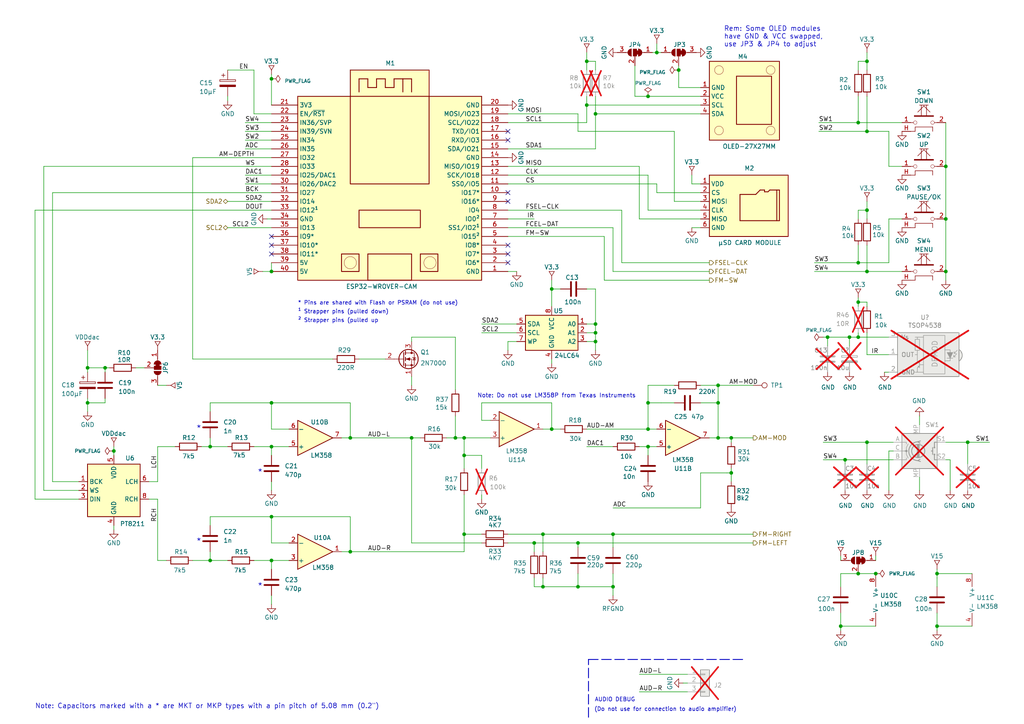
<source format=kicad_sch>
(kicad_sch (version 20230121) (generator eeschema)
  (paper "A4")
  (title_block (title "ESP32 Micro Radio Station") (date "2023-11-26") (rev "1.5a") (company "ESP32, GUI, µSD CARD, Audio, Modulator"))
  (lib_symbols
    (symbol "!Gloeidraad:15V" (power) (pin_names (offset 0))
      (property "Value" "15V" (at 0 3.556 0))
      (symbol "15V_1_1"
        (pin power_in line (at 0 0 180) (length 0) hide (name "V15") (number "1"))
      )
    )
    (symbol "!Gloeidraad:3V3" (power) (pin_names (offset 0))
      (property "Value" "3V3" (at 0 3.556 0))
      (symbol "3V3_1_1"
        (pin power_in line (at 0 0 180) (length 0) hide (name "V3.3") (number "1"))
      )
    )
    (symbol "!Gloeidraad:5V" (power) (pin_names (offset 0))
      (property "Value" "5V" (at 0 3.556 0))
      (symbol "5V_1_1"
        (pin power_in line (at 0 0 180) (length 0) hide (name "V5") (number "1"))
      )
    )
    (symbol "!Gloeidraad:MOD-ESP32-WROVER-CAM-40P"
      (property "Reference" "M" (at -23.622 30.226 0))
      (property "Value" "ESP32-WROVER-CAM-40P" (at 0 -14.605 0))
      (symbol "MOD-ESP32-WROVER-CAM-40P_1_0"
        (pin power_in line (at 34.29 -24.13 180) (length 7.62) (name "GND") (number "1"))
        (pin passive line (at 34.29 -1.27 180) (length 7.62) (name "IO17*") (number "10"))
        (pin passive line (at 34.29 1.27 180) (length 7.62) (name "SS0/IO5") (number "11"))
        (pin passive line (at 34.29 3.81 180) (length 7.62) (name "SCK/IO18") (number "12"))
        (pin passive line (at 34.29 6.35 180) (length 7.62) (name "MISO/IO19") (number "13"))
        (pin power_in line (at 34.29 8.89 180) (length 7.62) (name "GND") (number "14"))
        (pin passive line (at 34.29 11.43 180) (length 7.62) (name "SDA/IO21") (number "15"))
        (pin passive line (at 34.29 13.97 180) (length 7.62) (name "RXD/IO3") (number "16"))
        (pin passive line (at 34.29 16.51 180) (length 7.62) (name "TXD/IO1") (number "17"))
        (pin passive line (at 34.29 19.05 180) (length 7.62) (name "SCL/IO22") (number "18"))
        (pin passive line (at 34.29 21.59 180) (length 7.62) (name "MOSI/IO23") (number "19"))
        (pin passive line (at 34.29 -21.59 180) (length 7.62) (name "IO6*") (number "2"))
        (pin power_in line (at 34.29 24.13 180) (length 7.62) (name "GND") (number "20"))
        (pin power_in line (at -34.29 24.13 0) (length 7.62) (name "3V3") (number "21"))
        (pin passive line (at -34.29 21.59 0) (length 7.62) (name "EN/~{RST}") (number "22"))
        (pin passive line (at -34.29 19.05 0) (length 7.62) (name "IN36/SVP") (number "23"))
        (pin passive line (at -34.29 16.51 0) (length 7.62) (name "IN39/SVN") (number "24"))
        (pin passive line (at -34.29 13.97 0) (length 7.62) (name "IN34") (number "25"))
        (pin passive line (at -34.29 11.43 0) (length 7.62) (name "IN35") (number "26"))
        (pin passive line (at -34.29 8.89 0) (length 7.62) (name "IO32") (number "27"))
        (pin passive line (at -34.29 6.35 0) (length 7.62) (name "IO33") (number "28"))
        (pin passive line (at -34.29 3.81 0) (length 7.62) (name "IO25/DAC1") (number "29"))
        (pin passive line (at 34.29 -19.05 180) (length 7.62) (name "IO7*") (number "3"))
        (pin passive line (at -34.29 1.27 0) (length 7.62) (name "IO26/DAC2") (number "30"))
        (pin passive line (at -34.29 -1.27 0) (length 7.62) (name "IO27") (number "31"))
        (pin passive line (at -34.29 -3.81 0) (length 7.62) (name "IO14") (number "32"))
        (pin passive line (at -34.29 -6.35 0) (length 7.62) (name "IO12¹") (number "33"))
        (pin power_in line (at -34.29 -8.89 0) (length 7.62) (name "GND") (number "34"))
        (pin passive line (at -34.29 -11.43 0) (length 7.62) (name "IO13") (number "35"))
        (pin passive line (at -34.29 -13.97 0) (length 7.62) (name "IO9*") (number "36"))
        (pin passive line (at -34.29 -16.51 0) (length 7.62) (name "IO10*") (number "37"))
        (pin passive line (at -34.29 -19.05 0) (length 7.62) (name "IO11*") (number "38"))
        (pin power_in line (at -34.29 -21.59 0) (length 7.62) (name "5V") (number "39"))
        (pin passive line (at 34.29 -16.51 180) (length 7.62) (name "IO8*") (number "4"))
        (pin power_in line (at -34.29 -24.13 0) (length 7.62) (name "5V") (number "40"))
        (pin passive line (at 34.29 -13.97 180) (length 7.62) (name "IO15²") (number "5"))
        (pin passive line (at 34.29 -11.43 180) (length 7.62) (name "SS1/IO2¹") (number "6"))
        (pin passive line (at 34.29 -8.89 180) (length 7.62) (name "IO0²") (number "7"))
        (pin passive line (at 34.29 -6.35 180) (length 7.62) (name "IO4") (number "8"))
        (pin passive line (at 34.29 -3.81 180) (length 7.62) (name "IO16*") (number "9"))
      )
    )
    (symbol "!Gloeidraad:MOD-MICRO-SD-CARD"
      (property "Reference" "M" (at -11.43 8.89 0))
      (property "Value" "µSD CARD MODULE" (at -11.43 -11.43 0))
      (symbol "MOD-MICRO-SD-CARD_1_0"
        (pin power_in line (at -13.97 6.35 0) (length 2.54) (name "VDD") (number "1"))
        (pin passive line (at -13.97 3.81 0) (length 2.54) (name "CS") (number "2"))
        (pin passive line (at -13.97 1.27 0) (length 2.54) (name "MOSI") (number "3"))
        (pin passive line (at -13.97 -1.27 0) (length 2.54) (name "CLK") (number "4"))
        (pin passive line (at -13.97 -3.81 0) (length 2.54) (name "MISO") (number "5"))
        (pin power_in line (at -13.97 -6.35 0) (length 2.54) (name "GND") (number "6"))
      )
    )
    (symbol "!Gloeidraad:MOD-OLED-27X27MM-4P1G"
      (property "Reference" "M" (at -9.525 11.43 0))
      (property "Value" "MOD-OLED-27X27MM-4P1G" (at 0 -7.62 0))
      (symbol "MOD-OLED-27X27MM-4P1G_1_0"
        (pin power_in line (at -12.7 2.54 0) (length 2.54) (name "GND") (number "1"))
        (pin power_in line (at -12.7 0 0) (length 2.54) (name "VCC") (number "2"))
        (pin passive line (at -12.7 -2.54 0) (length 2.54) (name "SCL") (number "3"))
        (pin passive line (at -12.7 -5.08 0) (length 2.54) (name "SDA") (number "4"))
      )
    )
    (symbol "!Gloeidraad:PT8211"
      (property "Reference" "U" (at 2.54 10.16 0))
      (property "Value" "PT8211" (at 2.54 7.62 0))
      (symbol "PT8211_1_0"
        (pin input line (at -10.16 2.54 0) (length 2.54) (name "BCK") (number "1"))
        (pin input line (at -10.16 0 0) (length 2.54) (name "WS") (number "2"))
        (pin input line (at -10.16 -2.54 0) (length 2.54) (name "DIN") (number "3"))
        (pin power_in line (at 0 -10.16 90) (length 2.54) (name "GND") (number "4"))
        (pin power_in line (at 0 10.16 270) (length 2.54) (name "VDD") (number "5"))
        (pin passive line (at 10.16 2.54 180) (length 2.54) (name "LCH") (number "6"))
        (pin no_connect line (at 10.16 0 180) (length 2.54) hide (name "NC") (number "7"))
        (pin passive line (at 10.16 -2.54 180) (length 2.54) (name "RCH") (number "8"))
      )
    )
    (symbol "!Gloeidraad:RFGND" (power) (pin_names (offset 0))
      (property "Value" "RFGND" (at 0 -3.81 0))
      (symbol "RFGND_1_1"
        (pin power_in line (at 0 0 270) (length 0) hide (name "RFGND") (number "1"))
      )
    )
    (symbol "!Gloeidraad:RotaryEncoder_Switch" (pin_names (offset 0.254) hide)
      (property "Reference" "SW1" (at 2.6417 6.35 0))
      (symbol "RotaryEncoder_Switch_1_1"
        (pin passive line (at -7.62 2.54 0) (length 2.54) (name "A") (number "A"))
        (pin passive line (at -7.62 -2.54 0) (length 2.54) (name "B") (number "B"))
        (pin passive line (at -7.62 0 0) (length 2.54) (name "C") (number "C"))
        (pin input line (at 0 -7.62 90) (length 2.54) (name "MP") (number "MP"))
        (pin input line (at 0 7.62 270) (length 2.54) (name "MP") (number "MP"))
        (pin passive line (at 7.62 2.54 180) (length 2.54) (name "S1") (number "S1"))
        (pin passive line (at 7.62 -2.54 180) (length 2.54) (name "S2") (number "S2"))
      )
    )
    (symbol "!Gloeidraad:SW_PUSHBUTTON-2P-ANGLED"
      (property "Reference" "SW" (at 0 3.556 0))
      (property "Value" "SW-PUSHBUT-6X6-V" (at 3.81 5.334 0))
      (symbol "SW_PUSHBUTTON-2P-ANGLED_1_0"
        (pin passive line (at 6.35 -2.54 180) (length 2.54) (name "1") (number "1"))
        (pin passive line (at -6.35 -2.54 0) (length 2.54) (name "2") (number "2"))
      )
      (symbol "SW_PUSHBUTTON-2P-ANGLED_1_1"
        (pin passive line (at 6.35 -5.08 180) (length 2.54) (name "") (number "H"))
      )
    )
    (symbol "!Gloeidraad:SolderJumper_3_Bridged23_1" (pin_names (offset 0) hide)
      (property "Reference" "JP" (at 0.254 2.286 0))
      (symbol "SolderJumper_3_Bridged23_1_1_1"
        (pin passive line (at -5.08 0 0) (length 2.54) (name "A") (number "1"))
        (pin passive line (at 0 -3.81 90) (length 2.54) (name "C") (number "2"))
        (pin passive line (at 5.08 0 180) (length 2.54) (name "B") (number "3"))
      )
    )
    (symbol "!Gloeidraad:VDDdac" (power) (pin_names (offset 0))
      (property "Value" "VDDdac" (at 0 3.556 0))
      (symbol "VDDdac_1_1"
        (pin power_in line (at 0 0 180) (length 0) hide (name "VDDdac") (number "1"))
      )
    )
    (symbol "Amplifier_Operational:LM358" (pin_names (offset 0.127))
      (property "Reference" "U" (at 0 5.08 0))
      (property "Value" "LM358" (at 0 -5.08 0))
      (symbol "LM358_1_1"
        (pin output line (at 7.62 0 180) (length 2.54) (name "~") (number "1"))
        (pin input line (at -7.62 -2.54 0) (length 2.54) (name "-") (number "2"))
        (pin input line (at -7.62 2.54 0) (length 2.54) (name "+") (number "3"))
      )
      (symbol "LM358_2_1"
        (pin input line (at -7.62 2.54 0) (length 2.54) (name "+") (number "5"))
        (pin input line (at -7.62 -2.54 0) (length 2.54) (name "-") (number "6"))
        (pin output line (at 7.62 0 180) (length 2.54) (name "~") (number "7"))
      )
      (symbol "LM358_3_1"
        (pin power_in line (at -2.54 -7.62 90) (length 3.81) (name "V-") (number "4"))
        (pin power_in line (at -2.54 7.62 270) (length 3.81) (name "V+") (number "8"))
      )
    )
    (symbol "Amplifier_Operational:LMV358" (pin_names (offset 0.127))
      (property "Reference" "U" (at 0 5.08 0))
      (property "Value" "LMV358" (at 0 -5.08 0))
      (symbol "LMV358_1_1"
        (pin output line (at 7.62 0 180) (length 2.54) (name "~") (number "1"))
        (pin input line (at -7.62 -2.54 0) (length 2.54) (name "-") (number "2"))
        (pin input line (at -7.62 2.54 0) (length 2.54) (name "+") (number "3"))
      )
      (symbol "LMV358_2_1"
        (pin input line (at -7.62 2.54 0) (length 2.54) (name "+") (number "5"))
        (pin input line (at -7.62 -2.54 0) (length 2.54) (name "-") (number "6"))
        (pin output line (at 7.62 0 180) (length 2.54) (name "~") (number "7"))
      )
      (symbol "LMV358_3_1"
        (pin power_in line (at -2.54 -7.62 90) (length 3.81) (name "V-") (number "4"))
        (pin power_in line (at -2.54 7.62 270) (length 3.81) (name "V+") (number "8"))
      )
    )
    (symbol "Connector:TestPoint" (pin_numbers hide) (pin_names (offset 0.762) hide)
      (property "Reference" "TP" (at 0 6.858 0))
      (property "Value" "TestPoint" (at 0 5.08 0))
      (symbol "TestPoint_1_1"
        (pin passive line (at 0 0 90) (length 2.54) (name "1") (number "1"))
      )
    )
    (symbol "Connector_Generic:Conn_01x03" (pin_names (offset 1.016) hide)
      (property "Reference" "J" (at 0 5.08 0))
      (property "Value" "Conn_01x03" (at 0 -5.08 0))
      (symbol "Conn_01x03_1_1"
        (pin passive line (at -5.08 2.54 0) (length 3.81) (name "Pin_1") (number "1"))
        (pin passive line (at -5.08 0 0) (length 3.81) (name "Pin_2") (number "2"))
        (pin passive line (at -5.08 -2.54 0) (length 3.81) (name "Pin_3") (number "3"))
      )
    )
    (symbol "Device:C" (pin_numbers hide) (pin_names (offset 0.254))
      (property "Reference" "C" (at 0.635 2.54 0))
      (property "Value" "C" (at 0.635 -2.54 0))
      (symbol "C_1_1"
        (pin passive line (at 0 3.81 270) (length 2.794) (name "~") (number "1"))
        (pin passive line (at 0 -3.81 90) (length 2.794) (name "~") (number "2"))
      )
    )
    (symbol "Device:C_Polarized" (pin_numbers hide) (pin_names (offset 0.254))
      (property "Reference" "C" (at 0.635 2.54 0))
      (property "Value" "C_Polarized" (at 0.635 -2.54 0))
      (symbol "C_Polarized_1_1"
        (pin passive line (at 0 3.81 270) (length 2.794) (name "~") (number "1"))
        (pin passive line (at 0 -3.81 90) (length 2.794) (name "~") (number "2"))
      )
    )
    (symbol "Device:R" (pin_numbers hide) (pin_names (offset 0))
      (property "Reference" "R" (at 2.032 0 90))
      (property "Value" "R" (at 0 0 90))
      (symbol "R_1_1"
        (pin passive line (at 0 3.81 270) (length 1.27) (name "~") (number "1"))
        (pin passive line (at 0 -3.81 90) (length 1.27) (name "~") (number "2"))
      )
    )
    (symbol "Interface_Optical:TSOP45xx" (pin_names (offset 1.016))
      (property "Reference" "U" (at -10.16 7.62 0))
      (property "Value" "TSOP45xx" (at -10.16 -7.62 0))
      (symbol "TSOP45xx_0_0"
        (text "DEMOD" (at -3.175 0.254 900) (effects (font (size 1.524 1.524))))
      )
      (symbol "TSOP45xx_1_1"
        (pin output line (at 10.16 0 180) (length 2.54) (name "OUT") (number "1"))
        (pin power_in line (at 10.16 -5.08 180) (length 2.54) (name "GND") (number "2"))
        (pin power_in line (at 10.16 5.08 180) (length 2.54) (name "Vs") (number "3"))
      )
    )
    (symbol "Jumper:SolderJumper_3_Bridged12" (pin_names (offset 0) hide)
      (property "Reference" "JP" (at -2.54 -2.54 0))
      (property "Value" "SolderJumper_3_Bridged12" (at 0 2.794 0))
      (symbol "SolderJumper_3_Bridged12_1_1"
        (pin passive line (at -5.08 0 0) (length 2.54) (name "A") (number "1"))
        (pin passive line (at 0 -3.81 90) (length 2.54) (name "C") (number "2"))
        (pin passive line (at 5.08 0 180) (length 2.54) (name "B") (number "3"))
      )
    )
    (symbol "Memory_EEPROM:24LC64"
      (property "Reference" "U" (at -6.35 6.35 0))
      (property "Value" "24LC64" (at 1.27 6.35 0))
      (symbol "24LC64_1_1"
        (pin input line (at -10.16 2.54 0) (length 2.54) (name "A0") (number "1"))
        (pin input line (at -10.16 0 0) (length 2.54) (name "A1") (number "2"))
        (pin input line (at -10.16 -2.54 0) (length 2.54) (name "A2") (number "3"))
        (pin power_in line (at 0 -7.62 90) (length 2.54) (name "GND") (number "4"))
        (pin bidirectional line (at 10.16 2.54 180) (length 2.54) (name "SDA") (number "5"))
        (pin input line (at 10.16 0 180) (length 2.54) (name "SCL") (number "6"))
        (pin input line (at 10.16 -2.54 180) (length 2.54) (name "WP") (number "7"))
        (pin power_in line (at 0 7.62 270) (length 2.54) (name "VCC") (number "8"))
      )
    )
    (symbol "Transistor_FET:2N7000" (pin_names hide)
      (property "Reference" "Q" (at 5.08 1.905 0))
      (property "Value" "2N7000" (at 5.08 0 0))
      (symbol "2N7000_1_1"
        (pin passive line (at 2.54 -5.08 90) (length 2.54) (name "S") (number "1"))
        (pin input line (at -5.08 0 0) (length 2.54) (name "G") (number "2"))
        (pin passive line (at 2.54 5.08 270) (length 2.54) (name "D") (number "3"))
      )
    )
    (symbol "power:GND" (power) (pin_names (offset 0))
      (property "Value" "GND" (at 0 -3.81 0))
      (symbol "GND_1_1"
        (pin power_in line (at 0 0 270) (length 0) hide (name "GND") (number "1"))
      )
    )
    (symbol "power:PWR_FLAG" (power) (pin_numbers hide) (pin_names (offset 0) hide)
      (property "Value" "PWR_FLAG" (at 0 3.81 0))
      (symbol "PWR_FLAG_0_0"
        (pin power_out line (at 0 0 90) (length 0) (name "pwr") (number "1"))
      )
    )
  )
  (junction (at 78.74 129.54))
  (junction (at 280.67 128.27))
  (junction (at 196.85 20.32))
  (junction (at 240.03 97.79))
  (junction (at 248.92 166.37))
  (junction (at 187.96 116.84))
  (junction (at 251.46 78.74))
  (junction (at 172.72 96.52))
  (junction (at 251.46 128.27))
  (junction (at 208.28 116.84))
  (junction (at 177.8 170.18))
  (junction (at 177.8 154.94))
  (junction (at 134.62 132.08))
  (junction (at 254 166.37))
  (junction (at 33.02 130.81))
  (junction (at 170.18 30.48))
  (junction (at 274.32 63.5))
  (junction (at 78.74 22.86))
  (junction (at 30.48 106.68))
  (junction (at 172.72 33.02))
  (junction (at 274.32 78.74))
  (junction (at 25.4 106.68))
  (junction (at 78.74 162.56))
  (junction (at 160.02 124.46))
  (junction (at 132.08 127))
  (junction (at 246.38 97.79))
  (junction (at 172.72 99.06))
  (junction (at 119.38 127))
  (junction (at 134.62 154.94))
  (junction (at 208.28 127))
  (junction (at 78.74 116.84))
  (junction (at 170.18 17.78))
  (junction (at 248.92 76.2))
  (junction (at 157.48 154.94))
  (junction (at 60.96 129.54))
  (junction (at 248.92 87.63))
  (junction (at 245.11 133.35))
  (junction (at 172.72 93.98))
  (junction (at 243.84 181.61))
  (junction (at 134.62 127))
  (junction (at 167.64 157.48))
  (junction (at 208.28 111.76))
  (junction (at 101.6 160.02))
  (junction (at 271.78 181.61))
  (junction (at 251.46 38.1))
  (junction (at 60.96 162.56))
  (junction (at 160.02 83.82))
  (junction (at 248.92 35.56))
  (junction (at 101.6 127))
  (junction (at 271.78 166.37))
  (junction (at 187.96 129.54))
  (junction (at 274.32 48.26))
  (junction (at 212.09 127))
  (junction (at 248.92 97.79))
  (junction (at 154.94 157.48))
  (junction (at 251.46 17.78))
  (junction (at 78.74 78.74))
  (junction (at 78.74 149.86))
  (junction (at 187.96 27.94))
  (junction (at 25.4 116.84))
  (junction (at 251.46 60.96))
  (junction (at 157.48 170.18))
  (junction (at 212.09 137.16))
  (junction (at 167.64 170.18))
  (junction (at 187.96 124.46))
  (junction (at 190.5 15.24))
  (no_connect (at 78.74 71.12))
  (no_connect (at 147.32 40.64))
  (no_connect (at 78.74 68.58))
  (no_connect (at 147.32 58.42))
  (no_connect (at 147.32 38.1))
  (no_connect (at 147.32 76.2))
  (no_connect (at 147.32 71.12))
  (no_connect (at 78.74 73.66))
  (no_connect (at 147.32 73.66))
  (no_connect (at 147.32 55.88))
  (wire (pts (xy 60.96 116.84) (xy 78.74 116.84)) (stroke (width 0.15)))
  (wire (pts (xy 208.28 127) (xy 205.74 127)) (stroke (width 0.15)))
  (wire (pts (xy 236.22 78.74) (xy 251.46 78.74)) (stroke (width 0.15)))
  (wire (pts (xy 172.72 83.82) (xy 170.18 83.82)) (stroke (width 0.15)))
  (wire (pts (xy 160.02 124.46) (xy 162.56 124.46)) (stroke (width 0.15)))
  (wire (pts (xy 162.56 83.82) (xy 160.02 83.82)) (stroke (width 0.15)))
  (wire (pts (xy 172.72 96.52) (xy 172.72 93.98)) (stroke (width 0.15)))
  (wire (pts (xy 271.78 181.61) (xy 271.78 182.88)))
  (wire (pts (xy 274.32 63.5) (xy 274.32 78.74)) (stroke (width 0.15)))
  (wire (pts (xy 60.96 152.4) (xy 60.96 149.86)) (stroke (width 0.15)))
  (wire (pts (xy 160.02 104.14) (xy 160.02 105.41)))
  (wire (pts (xy 132.08 127) (xy 132.08 120.65)) (stroke (width 0.15)))
  (wire (pts (xy 73.66 20.32) (xy 66.04 20.32)) (stroke (width 0.15)))
  (wire (pts (xy 119.38 97.79) (xy 119.38 99.06)) (stroke (width 0.15)))
  (wire (pts (xy 203.2 66.04) (xy 200.66 66.04)) (stroke (width 0.15)))
  (wire (pts (xy 251.46 20.32) (xy 251.46 17.78)) (stroke (width 0.15)))
  (wire (pts (xy 139.7 157.48) (xy 119.38 157.48)) (stroke (width 0.15)))
  (wire (pts (xy 190.5 53.34) (xy 190.5 55.88)) (stroke (width 0.15)))
  (wire (pts (xy 208.28 111.76) (xy 208.28 116.84)) (stroke (width 0.15)))
  (wire (pts (xy 251.46 87.63) (xy 251.46 88.9)))
  (wire (pts (xy 251.46 38.1) (xy 251.46 27.94)) (stroke (width 0.15)))
  (wire (pts (xy 274.32 48.26) (xy 274.32 63.5)) (stroke (width 0.15)))
  (wire (pts (xy 78.74 43.18) (xy 71.12 43.18)) (stroke (width 0.15)))
  (wire (pts (xy 15.24 139.7) (xy 22.86 139.7)) (stroke (width 0.15)))
  (wire (pts (xy 208.28 127) (xy 210.82 127)) (stroke (width 0.15)))
  (wire (pts (xy 212.09 127) (xy 212.09 128.27)))
  (wire (pts (xy 187.96 50.8) (xy 147.32 50.8)) (stroke (width 0.15)))
  (wire (pts (xy 251.46 78.74) (xy 261.62 78.74)) (stroke (width 0.15)))
  (wire (pts (xy 180.34 60.96) (xy 147.32 60.96)) (stroke (width 0.15)))
  (wire (pts (xy 60.96 162.56) (xy 66.04 162.56)) (stroke (width 0.15)))
  (wire (pts (xy 177.8 154.94) (xy 218.44 154.94)) (stroke (width 0.15)))
  (wire (pts (xy 134.62 154.94) (xy 134.62 143.51)) (stroke (width 0.15)))
  (wire (pts (xy 73.66 33.02) (xy 73.66 20.32)) (stroke (width 0.15)))
  (wire (pts (xy 30.48 106.68) (xy 31.75 106.68)) (stroke (width 0.15)))
  (wire (pts (xy 203.2 116.84) (xy 208.28 116.84)) (stroke (width 0.15)))
  (wire (pts (xy 167.64 170.18) (xy 167.64 166.37)) (stroke (width 0.15)))
  (wire (pts (xy 58.42 129.54) (xy 60.96 129.54)) (stroke (width 0.15)))
  (wire (pts (xy 274.32 81.28) (xy 274.32 78.74)))
  (wire (pts (xy 172.72 93.98) (xy 170.18 93.98)) (stroke (width 0.15)))
  (wire (pts (xy 154.94 157.48) (xy 167.64 157.48)) (stroke (width 0.15)))
  (wire (pts (xy 191.77 116.84) (xy 195.58 116.84)))
  (wire (pts (xy 187.96 129.54) (xy 190.5 129.54)) (stroke (width 0.15)))
  (wire (pts (xy 185.42 63.5) (xy 185.42 48.26)) (stroke (width 0.15)))
  (wire (pts (xy 139.7 154.94) (xy 134.62 154.94)) (stroke (width 0.15)))
  (wire (pts (xy 33.02 130.81) (xy 33.02 129.54)) (stroke (width 0.15)))
  (wire (pts (xy 78.74 30.48) (xy 78.74 22.86)) (stroke (width 0.15)))
  (wire (pts (xy 275.59 133.35) (xy 274.32 133.35)))
  (wire (pts (xy 190.5 15.24) (xy 191.77 15.24)))
  (wire (pts (xy 251.46 17.78) (xy 251.46 15.24)) (stroke (width 0.15)))
  (wire (pts (xy 257.81 38.1) (xy 251.46 38.1)) (stroke (width 0.15)))
  (wire (pts (xy 139.7 121.92) (xy 139.7 116.84)) (stroke (width 0.15)))
  (wire (pts (xy 203.2 63.5) (xy 185.42 63.5)) (stroke (width 0.15)))
  (wire (pts (xy 187.96 116.84) (xy 187.96 111.76)) (stroke (width 0.15)))
  (wire (pts (xy 185.42 195.58) (xy 199.39 195.58)) (stroke (width 0.15)))
  (wire (pts (xy 177.8 147.32) (xy 203.2 147.32)))
  (wire (pts (xy 170.18 27.94) (xy 170.18 30.48)) (stroke (width 0.15)))
  (wire (pts (xy 134.62 154.94) (xy 134.62 160.02)) (stroke (width 0.15)))
  (wire (pts (xy 78.74 55.88) (xy 15.24 55.88)) (stroke (width 0.15)))
  (wire (pts (xy 257.81 63.5) (xy 261.62 63.5)) (stroke (width 0.15)))
  (wire (pts (xy 257.81 48.26) (xy 257.81 38.1)) (stroke (width 0.15)))
  (wire (pts (xy 154.94 160.02) (xy 154.94 157.48)) (stroke (width 0.15)))
  (wire (pts (xy 60.96 129.54) (xy 66.04 129.54)) (stroke (width 0.15)))
  (wire (pts (xy 238.76 128.27) (xy 251.46 128.27)))
  (wire (pts (xy 149.86 96.52) (xy 139.7 96.52)) (stroke (width 0.15)))
  (wire (pts (xy 170.18 17.78) (xy 170.18 15.24)) (stroke (width 0.15)))
  (wire (pts (xy 149.86 78.74) (xy 147.32 78.74)) (stroke (width 0.15)))
  (wire (pts (xy 243.84 181.61) (xy 243.84 177.8)) (stroke (width 0.15)))
  (wire (pts (xy 172.72 43.18) (xy 172.72 33.02)) (stroke (width 0.15)))
  (wire (pts (xy 190.5 12.7) (xy 190.5 13.97)) (stroke (width 0.15)))
  (wire (pts (xy 248.92 166.37) (xy 254 166.37)) (stroke (width 0.15)))
  (wire (pts (xy 45.72 144.78) (xy 43.18 144.78)) (stroke (width 0.15)))
  (wire (pts (xy 189.23 15.24) (xy 190.5 15.24)))
  (wire (pts (xy 83.82 129.54) (xy 78.74 129.54)) (stroke (width 0.15)))
  (wire (pts (xy 274.32 128.27) (xy 280.67 128.27)))
  (wire (pts (xy 111.76 104.14) (xy 104.14 104.14)) (stroke (width 0.15)))
  (wire (pts (xy 160.02 85.09) (xy 160.02 83.82)) (stroke (width 0.15)))
  (wire (pts (xy 172.72 99.06) (xy 170.18 99.06)) (stroke (width 0.15)))
  (wire (pts (xy 39.37 106.68) (xy 41.91 106.68)))
  (wire (pts (xy 78.74 48.26) (xy 12.7 48.26)) (stroke (width 0.15)))
  (wire (pts (xy 195.58 58.42) (xy 195.58 38.1)) (stroke (width 0.15)))
  (wire (pts (xy 66.04 58.42) (xy 78.74 58.42)))
  (wire (pts (xy 196.85 20.32) (xy 196.85 25.4)))
  (wire (pts (xy 187.96 124.46) (xy 170.18 124.46)) (stroke (width 0.15)))
  (wire (pts (xy 274.32 35.56) (xy 274.32 48.26)) (stroke (width 0.15)))
  (wire (pts (xy 157.48 170.18) (xy 167.64 170.18)) (stroke (width 0.15)))
  (wire (pts (xy 147.32 53.34) (xy 190.5 53.34)) (stroke (width 0.15)))
  (wire (pts (xy 25.4 106.68) (xy 25.4 107.95)) (stroke (width 0.15)))
  (wire (pts (xy 48.26 111.76) (xy 45.72 111.76)))
  (wire (pts (xy 78.74 116.84) (xy 78.74 124.46)) (stroke (width 0.15)))
  (wire (pts (xy 55.88 45.72) (xy 55.88 104.14)) (stroke (width 0.15)))
  (wire (pts (xy 187.96 27.94) (xy 203.2 27.94)) (stroke (width 0.15)))
  (wire (pts (xy 172.72 96.52) (xy 172.72 99.06)) (stroke (width 0.15)))
  (wire (pts (xy 245.11 133.35) (xy 259.08 133.35)))
  (wire (pts (xy 78.74 165.1) (xy 78.74 162.56)) (stroke (width 0.15)))
  (wire (pts (xy 147.32 101.6) (xy 147.32 99.06)) (stroke (width 0.15)))
  (wire (pts (xy 101.6 116.84) (xy 101.6 127)) (stroke (width 0.15)))
  (wire (pts (xy 78.74 35.56) (xy 71.12 35.56)) (stroke (width 0.15)))
  (wire (pts (xy 55.88 162.56) (xy 60.96 162.56)) (stroke (width 0.15)))
  (wire (pts (xy 147.32 157.48) (xy 154.94 157.48)) (stroke (width 0.15)))
  (wire (pts (xy 251.46 128.27) (xy 259.08 128.27)))
  (wire (pts (xy 66.04 27.94) (xy 66.04 29.21)))
  (wire (pts (xy 119.38 127) (xy 121.92 127)) (stroke (width 0.15)))
  (wire (pts (xy 12.7 142.24) (xy 22.86 142.24)) (stroke (width 0.15)))
  (wire (pts (xy 251.46 96.52) (xy 251.46 102.87)))
  (wire (pts (xy 10.16 144.78) (xy 22.86 144.78)) (stroke (width 0.15)))
  (wire (pts (xy 12.7 48.26) (xy 12.7 142.24)) (stroke (width 0.15)))
  (wire (pts (xy 203.2 137.16) (xy 203.2 147.32)) (stroke (width 0.15)))
  (wire (pts (xy 248.92 60.96) (xy 248.92 63.5)) (stroke (width 0.15)))
  (wire (pts (xy 266.7 120.65) (xy 266.7 123.19)))
  (wire (pts (xy 248.92 96.52) (xy 248.92 97.79)))
  (wire (pts (xy 25.4 119.38) (xy 25.4 116.84)) (stroke (width 0.15)))
  (wire (pts (xy 154.94 167.64) (xy 154.94 170.18)) (stroke (width 0.15)))
  (wire (pts (xy 50.8 129.54) (xy 45.72 129.54)) (stroke (width 0.15)))
  (wire (pts (xy 78.74 175.26) (xy 78.74 172.72)))
  (wire (pts (xy 205.74 81.28) (xy 175.26 81.28)) (stroke (width 0.15)))
  (wire (pts (xy 238.76 97.79) (xy 240.03 97.79)))
  (wire (pts (xy 78.74 149.86) (xy 78.74 157.48)) (stroke (width 0.15)))
  (wire (pts (xy 167.64 157.48) (xy 167.64 158.75)) (stroke (width 0.15)))
  (wire (pts (xy 248.92 35.56) (xy 261.62 35.56)) (stroke (width 0.15)))
  (wire (pts (xy 139.7 143.51) (xy 139.7 144.78)))
  (wire (pts (xy 251.46 60.96) (xy 248.92 60.96)) (stroke (width 0.15)))
  (wire (pts (xy 25.4 116.84) (xy 25.4 115.57)) (stroke (width 0.15)))
  (wire (pts (xy 196.85 19.05) (xy 196.85 20.32)))
  (wire (pts (xy 243.84 166.37) (xy 248.92 166.37)) (stroke (width 0.15)))
  (wire (pts (xy 78.74 149.86) (xy 101.6 149.86)) (stroke (width 0.15)))
  (wire (pts (xy 251.46 78.74) (xy 251.46 71.12)) (stroke (width 0.15)))
  (wire (pts (xy 185.42 48.26) (xy 147.32 48.26)) (stroke (width 0.15)))
  (wire (pts (xy 167.64 38.1) (xy 167.64 33.02)) (stroke (width 0.15)))
  (wire (pts (xy 160.02 83.82) (xy 160.02 81.28)) (stroke (width 0.15)))
  (wire (pts (xy 248.92 76.2) (xy 257.81 76.2)) (stroke (width 0.15)))
  (wire (pts (xy 78.74 22.86) (xy 78.74 21.59)) (stroke (width 0.15)))
  (wire (pts (xy 275.59 142.24) (xy 275.59 133.35)))
  (wire (pts (xy 147.32 43.18) (xy 172.72 43.18)) (stroke (width 0.15)))
  (wire (pts (xy 212.09 137.16) (xy 210.82 137.16)))
  (wire (pts (xy 147.32 63.5) (xy 154.94 63.5)) (stroke (width 0.15)))
  (wire (pts (xy 33.02 132.08) (xy 33.02 130.81)) (stroke (width 0.15)))
  (wire (pts (xy 187.96 111.76) (xy 195.58 111.76)) (stroke (width 0.15)))
  (wire (pts (xy 78.74 142.24) (xy 78.74 139.7)))
  (wire (pts (xy 280.67 128.27) (xy 287.02 128.27)))
  (wire (pts (xy 271.78 166.37) (xy 271.78 167.64)) (stroke (width 0.15)))
  (wire (pts (xy 280.67 128.27) (xy 280.67 134.62)))
  (wire (pts (xy 180.34 76.2) (xy 180.34 60.96)) (stroke (width 0.15)))
  (wire (pts (xy 30.48 115.57) (xy 30.48 116.84)) (stroke (width 0.15)))
  (wire (pts (xy 55.88 104.14) (xy 96.52 104.14)) (stroke (width 0.15)))
  (wire (pts (xy 172.72 17.78) (xy 172.72 20.32)) (stroke (width 0.15)))
  (wire (pts (xy 132.08 113.03) (xy 132.08 97.79)) (stroke (width 0.15)))
  (wire (pts (xy 271.78 166.37) (xy 271.78 165.1)) (stroke (width 0.15)))
  (wire (pts (xy 129.54 127) (xy 132.08 127)) (stroke (width 0.15)))
  (wire (pts (xy 149.86 93.98) (xy 139.7 93.98)) (stroke (width 0.15)))
  (wire (pts (xy 203.2 60.96) (xy 187.96 60.96)) (stroke (width 0.15)))
  (wire (pts (xy 210.82 137.16) (xy 203.2 137.16)) (stroke (width 0.15)))
  (wire (pts (xy 212.09 135.89) (xy 212.09 137.16)))
  (wire (pts (xy 134.62 127) (xy 134.62 132.08)) (stroke (width 0.15)))
  (wire (pts (xy 45.72 162.56) (xy 45.72 144.78)) (stroke (width 0.15)))
  (wire (pts (xy 177.8 66.04) (xy 147.32 66.04)) (stroke (width 0.15)))
  (wire (pts (xy 147.32 154.94) (xy 157.48 154.94)))
  (wire (pts (xy 177.8 129.54) (xy 170.18 129.54)) (stroke (width 0.15)))
  (wire (pts (xy 238.76 133.35) (xy 245.11 133.35)) (stroke (width 0.15)))
  (wire (pts (xy 172.72 33.02) (xy 172.72 27.94)) (stroke (width 0.15)))
  (wire (pts (xy 60.96 129.54) (xy 60.96 127)) (stroke (width 0.15)))
  (wire (pts (xy 177.8 172.72) (xy 177.8 170.18)))
  (wire (pts (xy 139.7 116.84) (xy 160.02 116.84)) (stroke (width 0.15)))
  (wire (pts (xy 48.26 162.56) (xy 45.72 162.56)) (stroke (width 0.15)))
  (wire (pts (xy 257.81 76.2) (xy 257.81 63.5)) (stroke (width 0.15)))
  (wire (pts (xy 271.78 166.37) (xy 281.94 166.37)) (stroke (width 0.15)))
  (wire (pts (xy 172.72 93.98) (xy 172.72 83.82)) (stroke (width 0.15)))
  (wire (pts (xy 177.8 154.94) (xy 177.8 158.75)) (stroke (width 0.15)))
  (wire (pts (xy 184.15 19.05) (xy 184.15 27.94)) (stroke (width 0.15)))
  (wire (pts (xy 248.92 97.79) (xy 257.81 97.79)))
  (wire (pts (xy 76.2 78.74) (xy 78.74 78.74)) (stroke (width 0.15)))
  (wire (pts (xy 175.26 81.28) (xy 175.26 68.58)) (stroke (width 0.15)))
  (wire (pts (xy 142.24 127) (xy 134.62 127)) (stroke (width 0.15)))
  (wire (pts (xy 212.09 137.16) (xy 212.09 139.7)))
  (wire (pts (xy 160.02 116.84) (xy 160.02 124.46)) (stroke (width 0.15)))
  (wire (pts (xy 45.72 129.54) (xy 45.72 139.7)) (stroke (width 0.15)))
  (wire (pts (xy 187.96 132.08) (xy 187.96 129.54)) (stroke (width 0.15)))
  (wire (pts (xy 60.96 119.38) (xy 60.96 116.84)) (stroke (width 0.15)))
  (wire (pts (xy 212.09 127) (xy 210.82 127)))
  (wire (pts (xy 157.48 170.18) (xy 157.48 167.64)) (stroke (width 0.15)))
  (wire (pts (xy 259.08 130.81) (xy 257.81 130.81)))
  (wire (pts (xy 205.74 76.2) (xy 180.34 76.2)) (stroke (width 0.15)))
  (wire (pts (xy 248.92 71.12) (xy 248.92 76.2)) (stroke (width 0.15)))
  (wire (pts (xy 101.6 160.02) (xy 99.06 160.02)) (stroke (width 0.15)))
  (wire (pts (xy 187.96 116.84) (xy 191.77 116.84)) (stroke (width 0.15)))
  (wire (pts (xy 157.48 124.46) (xy 160.02 124.46)) (stroke (width 0.15)))
  (wire (pts (xy 172.72 99.06) (xy 172.72 101.6)))
  (wire (pts (xy 248.92 87.63) (xy 248.92 88.9)))
  (wire (pts (xy 77.47 63.5) (xy 78.74 63.5)))
  (wire (pts (xy 251.46 128.27) (xy 251.46 134.62)))
  (wire (pts (xy 175.26 68.58) (xy 147.32 68.58)) (stroke (width 0.15)))
  (wire (pts (xy 73.66 162.56) (xy 78.74 162.56)) (stroke (width 0.15)))
  (wire (pts (xy 199.39 198.12) (xy 198.12 198.12)))
  (wire (pts (xy 237.49 38.1) (xy 251.46 38.1)))
  (wire (pts (xy 134.62 132.08) (xy 139.7 132.08)))
  (wire (pts (xy 248.92 17.78) (xy 251.46 17.78)) (stroke (width 0.15)))
  (wire (pts (xy 266.7 138.43) (xy 266.7 142.24)))
  (wire (pts (xy 60.96 149.86) (xy 78.74 149.86)) (stroke (width 0.15)))
  (wire (pts (xy 190.5 55.88) (xy 203.2 55.88)) (stroke (width 0.15)))
  (wire (pts (xy 177.8 166.37) (xy 177.8 170.18)) (stroke (width 0.15)))
  (wire (pts (xy 203.2 111.76) (xy 208.28 111.76)) (stroke (width 0.15)))
  (wire (pts (xy 254 161.29) (xy 254 162.56)))
  (wire (pts (xy 78.74 38.1) (xy 71.12 38.1)) (stroke (width 0.15)))
  (wire (pts (xy 243.84 166.37) (xy 243.84 170.18)))
  (wire (pts (xy 78.74 53.34) (xy 71.12 53.34)) (stroke (width 0.15)))
  (wire (pts (xy 170.18 96.52) (xy 172.72 96.52)) (stroke (width 0.15)))
  (wire (pts (xy 256.54 107.95) (xy 257.81 107.95)))
  (wire (pts (xy 78.74 129.54) (xy 73.66 129.54)) (stroke (width 0.15)))
  (wire (pts (xy 251.46 58.42) (xy 251.46 60.96)) (stroke (width 0.15)))
  (wire (pts (xy 246.38 100.33) (xy 246.38 97.79)))
  (wire (pts (xy 78.74 132.08) (xy 78.74 129.54)) (stroke (width 0.15)))
  (wire (pts (xy 66.04 66.04) (xy 78.74 66.04)))
  (wire (pts (xy 187.96 116.84) (xy 187.96 124.46)) (stroke (width 0.15)))
  (wire (pts (xy 134.62 160.02) (xy 101.6 160.02)) (stroke (width 0.15)))
  (wire (pts (xy 134.62 132.08) (xy 134.62 135.89)) (stroke (width 0.15)))
  (wire (pts (xy 101.6 149.86) (xy 101.6 160.02)) (stroke (width 0.15)))
  (wire (pts (xy 271.78 181.61) (xy 281.94 181.61)) (stroke (width 0.15)))
  (polyline (pts (xy 170.688 191.262) (xy 215.9 191.262)) (stroke (width 0.254) (type dash)))
  (wire (pts (xy 240.03 100.33) (xy 240.03 97.79)))
  (wire (pts (xy 190.5 124.46) (xy 187.96 124.46)) (stroke (width 0.15)))
  (wire (pts (xy 78.74 50.8) (xy 71.12 50.8)) (stroke (width 0.15)))
  (wire (pts (xy 271.78 170.18) (xy 271.78 167.64)))
  (wire (pts (xy 170.18 17.78) (xy 172.72 17.78)) (stroke (width 0.15)))
  (wire (pts (xy 170.18 20.32) (xy 170.18 17.78)) (stroke (width 0.15)))
  (wire (pts (xy 170.18 30.48) (xy 170.18 35.56)) (stroke (width 0.15)))
  (wire (pts (xy 119.38 111.76) (xy 119.38 109.22)))
  (wire (pts (xy 203.2 53.34) (xy 200.66 53.34)) (stroke (width 0.15)))
  (wire (pts (xy 240.03 97.79) (xy 246.38 97.79)))
  (wire (pts (xy 251.46 102.87) (xy 257.81 102.87)))
  (wire (pts (xy 205.74 78.74) (xy 177.8 78.74)) (stroke (width 0.15)))
  (wire (pts (xy 203.2 30.48) (xy 170.18 30.48)) (stroke (width 0.15)))
  (wire (pts (xy 119.38 97.79) (xy 132.08 97.79)) (stroke (width 0.15)))
  (wire (pts (xy 184.15 27.94) (xy 187.96 27.94)) (stroke (width 0.15)))
  (wire (pts (xy 157.48 154.94) (xy 177.8 154.94)) (stroke (width 0.15)))
  (wire (pts (xy 78.74 33.02) (xy 73.66 33.02)) (stroke (width 0.15)))
  (wire (pts (xy 251.46 87.63) (xy 248.92 87.63)))
  (wire (pts (xy 170.18 35.56) (xy 147.32 35.56)) (stroke (width 0.15)))
  (wire (pts (xy 10.16 60.96) (xy 78.74 60.96)))
  (wire (pts (xy 132.08 127) (xy 134.62 127)) (stroke (width 0.15)))
  (wire (pts (xy 30.48 106.68) (xy 30.48 107.95)) (stroke (width 0.15)))
  (wire (pts (xy 203.2 33.02) (xy 172.72 33.02)) (stroke (width 0.15)))
  (wire (pts (xy 251.46 63.5) (xy 251.46 60.96)) (stroke (width 0.15)))
  (wire (pts (xy 248.92 97.79) (xy 246.38 97.79)))
  (wire (pts (xy 30.48 106.68) (xy 25.4 106.68)) (stroke (width 0.15)))
  (wire (pts (xy 78.74 116.84) (xy 101.6 116.84)) (stroke (width 0.15)))
  (wire (pts (xy 208.28 111.76) (xy 218.44 111.76)) (stroke (width 0.15)))
  (wire (pts (xy 187.96 129.54) (xy 185.42 129.54)) (stroke (width 0.15)))
  (wire (pts (xy 78.74 157.48) (xy 83.82 157.48)) (stroke (width 0.15)))
  (wire (pts (xy 212.09 127) (xy 218.44 127)))
  (wire (pts (xy 248.92 20.32) (xy 248.92 17.78)) (stroke (width 0.15)))
  (wire (pts (xy 154.94 170.18) (xy 157.48 170.18)) (stroke (width 0.15)))
  (wire (pts (xy 157.48 160.02) (xy 157.48 154.94)) (stroke (width 0.15)))
  (wire (pts (xy 203.2 58.42) (xy 195.58 58.42)) (stroke (width 0.15)))
  (wire (pts (xy 78.74 162.56) (xy 83.82 162.56)) (stroke (width 0.15)))
  (wire (pts (xy 237.49 35.56) (xy 248.92 35.56)))
  (wire (pts (xy 243.84 181.61) (xy 243.84 182.88)))
  (wire (pts (xy 208.28 116.84) (xy 208.28 127)) (stroke (width 0.15)))
  (wire (pts (xy 78.74 40.64) (xy 71.12 40.64)) (stroke (width 0.15)))
  (wire (pts (xy 187.96 60.96) (xy 187.96 50.8)) (stroke (width 0.15)))
  (wire (pts (xy 243.84 161.29) (xy 243.84 162.56)))
  (wire (pts (xy 203.2 25.4) (xy 196.85 25.4)) (stroke (width 0.15)))
  (wire (pts (xy 177.8 78.74) (xy 177.8 66.04)) (stroke (width 0.15)))
  (wire (pts (xy 190.5 13.97) (xy 190.5 15.24)))
  (wire (pts (xy 245.11 133.35) (xy 245.11 134.62)))
  (wire (pts (xy 248.92 27.94) (xy 248.92 35.56)) (stroke (width 0.15)))
  (wire (pts (xy 15.24 55.88) (xy 15.24 139.7)) (stroke (width 0.15)))
  (wire (pts (xy 25.4 106.68) (xy 25.4 101.6)) (stroke (width 0.15)))
  (wire (pts (xy 10.16 60.96) (xy 10.16 144.78)) (stroke (width 0.15)))
  (wire (pts (xy 195.58 38.1) (xy 167.64 38.1)) (stroke (width 0.15)))
  (wire (pts (xy 147.32 99.06) (xy 149.86 99.06)) (stroke (width 0.15)))
  (wire (pts (xy 160.02 85.09) (xy 160.02 88.9)))
  (wire (pts (xy 177.8 170.18) (xy 167.64 170.18)) (stroke (width 0.15)))
  (wire (pts (xy 142.24 121.92) (xy 139.7 121.92)) (stroke (width 0.15)))
  (wire (pts (xy 271.78 177.8) (xy 271.78 181.61)) (stroke (width 0.15)))
  (wire (pts (xy 185.42 200.66) (xy 199.39 200.66)) (stroke (width 0.15)))
  (wire (pts (xy 248.92 86.36) (xy 248.92 87.63)))
  (wire (pts (xy 167.64 33.02) (xy 147.32 33.02)) (stroke (width 0.15)))
  (wire (pts (xy 78.74 45.72) (xy 55.88 45.72)) (stroke (width 0.15)))
  (wire (pts (xy 243.84 181.61) (xy 254 181.61)) (stroke (width 0.15)))
  (wire (pts (xy 139.7 132.08) (xy 139.7 135.89)))
  (wire (pts (xy 60.96 162.56) (xy 60.96 160.02)) (stroke (width 0.15)))
  (wire (pts (xy 261.62 48.26) (xy 257.81 48.26)) (stroke (width 0.15)))
  (wire (pts (xy 119.38 157.48) (xy 119.38 127)) (stroke (width 0.15)))
  (wire (pts (xy 167.64 157.48) (xy 218.44 157.48)) (stroke (width 0.15)))
  (wire (pts (xy 101.6 127) (xy 99.06 127)) (stroke (width 0.15)))
  (wire (pts (xy 33.02 153.67) (xy 33.02 152.4)))
  (wire (pts (xy 78.74 124.46) (xy 83.82 124.46)) (stroke (width 0.15)))
  (wire (pts (xy 45.72 139.7) (xy 43.18 139.7)) (stroke (width 0.15)))
  (wire (pts (xy 248.92 76.2) (xy 236.22 76.2)) (stroke (width 0.15)))
  (wire (pts (xy 78.74 78.74) (xy 78.74 76.2)) (stroke (width 0.15)))
  (wire (pts (xy 200.66 53.34) (xy 200.66 50.8)) (stroke (width 0.15)))
  (wire (pts (xy 101.6 127) (xy 119.38 127)) (stroke (width 0.15)))
  (polyline (pts (xy 170.688 208.026) (xy 170.688 191.262)) (stroke (width 0.254) (type dash)))
  (wire (pts (xy 257.81 130.81) (xy 257.81 142.24)))
  (wire (pts (xy 30.48 116.84) (xy 25.4 116.84)) (stroke (width 0.15)))
  (text_box "Rem: Some OLED modules\nhave GND & VCC swapped,\nuse JP3 & JP4 to adjust" (at 208.915 6.35 0) (size 35.052 8.382) (stroke (width -0.0001) (color 0 0 0 1)) (effects (font (size 1.397 1.397)) (justify left top)))
  (text "¹ Strapper pins (pulled down)" (at 86.36 91.186 0) (effects (font (size 1.143 1.143)) (justify left bottom)))
  (text "*" (at 74.676 138.176 0) (effects (font (size 1.778 1.778)) (justify left bottom)))
  (text "Note: Capacitors marked with a * are MKT or MKP types with a pin pitch of 5.08 mm (0.2\")" (at 10.16 205.74 0) (effects (font (size 1.397 1.397)) (justify left bottom)))
  (text "AUDIO DEBUG" (at 172.466 203.708 0) (effects (font (size 1.143 1.143)) (justify left bottom)))
  (text "Note: Do not use LM358P from Texas Instruments" (at 138.43 115.57 0) (effects (font (size 1.2 1.2)) (justify left bottom)))
  (text "*" (at 74.676 171.196 0) (effects (font (size 1.778 1.778)) (justify left bottom)))
  (text "*" (at 56.896 158.242 0) (effects (font (size 1.778 1.778)) (justify left bottom)))
  (text "* Pins are shared with Flash or PSRAM (do not use)" (at 86.36 88.646 0) (effects (font (size 1.143 1.143)) (justify left bottom)))
  (text "*" (at 56.896 125.476 0) (effects (font (size 1.778 1.778)) (justify left bottom)))
  (text "² Strapper pins (pulled up" (at 86.36 93.726 0) (effects (font (size 1.143 1.143)) (justify left bottom)))
  (text "(Do not use for connection to audio amplifier)" (at 172.339 206.502 0) (effects (font (size 1.143 1.143)) (justify left bottom)))
  (label "AUD-R" (at 185.42 200.66 0))
  (label "MISO" (at 152.4 48.26 0))
  (label "SCL2" (at 67.31 66.04 0))
  (label "AUD-L" (at 185.42 195.58 0))
  (label "SDA2" (at 71.12 58.42 0))
  (label "AUD-L" (at 106.68 127 0))
  (label "DAC1" (at 71.12 50.8 0))
  (label "SW1" (at 237.49 35.56 0))
  (label "SW3" (at 71.12 38.1 0))
  (label "CLK" (at 152.4 50.8 0))
  (label "AM-MOD" (at 211.455 111.76 0))
  (label "CS" (at 152.4 53.34 0))
  (label "AUD-AM" (at 170.18 124.46 0))
  (label "SW3" (at 238.76 128.27 0))
  (label "SW1" (at 71.12 53.34 0))
  (label "DAC1" (at 170.18 129.54 0))
  (label "FCEL-DAT" (at 152.4 66.04 0))
  (label "IR" (at 252.73 102.87 0))
  (label "ADC" (at 177.8 147.32 0))
  (label "FSEL-CLK" (at 152.4 60.96 0))
  (label "LCH" (at 45.72 132.08 270))
  (label "ADC" (at 71.12 43.18 0))
  (label "SW3" (at 236.22 76.2 0))
  (label "FM-SW" (at 152.4 68.58 0))
  (label "IR" (at 154.94 63.5 180))
  (label "SW1" (at 287.02 128.27 180))
  (label "SW4" (at 238.76 133.35 0))
  (label "DOUT" (at 71.12 60.96 0))
  (label "AM-DEPTH" (at 63.5 45.72 0))
  (label "SW4" (at 71.12 35.56 0))
  (label "WS" (at 71.12 48.26 0))
  (label "SW2" (at 71.12 40.64 0))
  (label "MOSI" (at 152.4 33.02 0))
  (label "EN" (at 69.342 20.32 0))
  (label "RCH" (at 45.72 147.32 270))
  (label "SCL2" (at 139.7 96.52 0))
  (label "SCL1" (at 152.4 35.56 0))
  (label "SDA1" (at 152.4 43.18 0))
  (label "SW4" (at 236.22 78.74 0))
  (label "BCK" (at 71.12 55.88 0))
  (label "SDA2" (at 139.7 93.98 0))
  (label "SW2" (at 237.49 38.1 0))
  (label "AUD-R" (at 106.68 160.02 0))
  (hierarchical_label "FM-RIGHT" (shape output) (at 218.44 154.94 0))
  (hierarchical_label "SDA2" (shape bidirectional) (at 66.04 58.42 180))
  (hierarchical_label "FSEL-CLK" (shape output) (at 205.74 76.2 0))
  (hierarchical_label "SCL2" (shape bidirectional) (at 66.04 66.04 180))
  (hierarchical_label "AM-MOD" (shape output) (at 218.44 127 0))
  (hierarchical_label "FCEL-DAT" (shape output) (at 205.74 78.74 0))
  (hierarchical_label "FM-LEFT" (shape output) (at 218.44 157.48 0))
  (hierarchical_label "FM-SW" (shape output) (at 205.74 81.28 0))
  (symbol (lib_id "Transistor_FET:2N7000") (at 116.84 104.14 0) (unit 1)
    (property "Reference" "Q1" (at 121.92 102.87 0) (effects (justify left bottom)))
    (property "Value" "2N7000" (at 121.92 106.045 0) (effects (justify left bottom)))
    (property "Footprint" "Package_TO_SOT_THT:TO-92_HandSolder" (effects hide))
    (property "Datasheet" "https://www.vishay.com/docs/70226/70226.pdf" (effects hide))
    (property "PCB FOOTPRINT" "DS-TO92" (effects hide))
  )
  (symbol (lib_id "Device:R") (at 54.61 129.54 270) (mirror x) (unit 1)
    (property "Reference" "R12" (at 52.832 126.238 90) (effects (justify left bottom)))
    (property "Value" "7k5" (at 52.832 131.572 90) (effects (justify left bottom)))
    (property "Footprint" "!Gloeidraad:R_Axial_L6.0mm_D2.0mm_P10.16mm_Horizontal" (effects hide))
    (property "PCB FOOTPRINT" "DS-R04A" (effects hide))
  )
  (symbol (lib_id "power:GND") (at 245.11 142.24 0) (unit 1)
    (property "Reference" "#PWR?" (effects hide))
    (property "Value" "GND" (at 245.237 146.6342 0))
    (instances (project "Front" (path "" (reference "#PWR?") (unit 1)) (path "" (reference "#PWR?") (unit 1)) (path "" (reference "#PWR027") (unit 1))) (project "PLL_AM_OSC_2_0" (path "" (reference "#PWR016") (unit 1)) (path "" (reference "#PWR071") (unit 1))) (project "PLL_AM_OSC_1_5a" (path "" (reference "#PWR091") (unit 1))))
  )
  (symbol (lib_id "Amplifier_Operational:LM358") (at 198.12 127 0) (mirror x) (unit 2)
    (property "Reference" "U11" (at 198.12 135.89 0))
    (property "Value" "LM358" (at 198.12 133.35 0))
    (property "Footprint" "!Gloeidraad:DIP-SO-08_W7.62mm" (effects hide))
    (property "Datasheet" "http://www.ti.com/lit/ds/symlink/lm2904-n.pdf" (effects hide))
  )
  (symbol (lib_id "Device:R") (at 212.09 132.08 0) (unit 1)
    (property "Reference" "R31" (at 213.868 131.826 0) (effects (justify left bottom)))
    (property "Value" "30k" (at 213.868 133.858 0) (effects (justify left bottom)))
    (property "Footprint" "!Gloeidraad:R_Axial_L6.0mm_D2.0mm_P10.16mm_Horizontal" (effects hide))
    (property "PCB FOOTPRINT" "DS-R04A" (effects hide))
  )
  (symbol (lib_id "Connector:TestPoint") (at 218.44 111.76 270) (unit 1)
    (property "Reference" "TP1" (at 223.52 111.76 90) (effects (justify left)))
    (property "Value" "TestPoint" (effects hide))
    (property "Footprint" "TestPoint:TestPoint_Loop_D1.80mm_Drill1.0mm_Beaded" (effects hide))
  )
  (symbol (lib_id "Device:R") (at 100.33 104.14 90) (unit 1)
    (property "Reference" "R29" (at 101.854 100.838 90) (effects (justify left bottom)))
    (property "Value" "220R" (at 102.87 105.918 90) (effects (justify left bottom)))
    (property "Footprint" "!Gloeidraad:R_Axial_L6.0mm_D2.0mm_P10.16mm_Horizontal" (effects hide))
    (property "PCB FOOTPRINT" "DS-R04A" (effects hide))
  )
  (symbol (lib_id "power:GND") (at 274.32 81.28 0) (unit 1)
    (property "Reference" "#PWR?" (effects hide))
    (property "Value" "GND" (at 274.32 85.09 0))
    (instances (project "Front" (path "" (reference "#PWR?") (unit 1)) (path "" (reference "#PWR?") (unit 1)) (path "" (reference "#PWR027") (unit 1))) (project "PLL_AM_OSC_2_0" (path "" (reference "#PWR016") (unit 1)) (path "" (reference "#PWR079") (unit 1))) (project "PLL_AM_OSC_1_5a" (path "" (reference "#PWR076") (unit 1))))
  )
  (symbol (lib_id "Device:C") (at 187.96 135.89 0) (unit 1)
    (property "Reference" "C24" (at 180.848 136.652 0) (effects (justify left bottom)))
    (property "Value" "10n" (at 180.594 138.938 0) (effects (justify left bottom)))
    (property "Footprint" "!Gloeidraad:C_CER_D30_W16_P25_E20_H08" (effects hide))
    (property "PCB FOOTPRINT" "NT-C01A" (effects hide))
  )
  (symbol (lib_id "Device:C_Polarized") (at 66.04 24.13 0) (unit 1)
    (property "Reference" "C15" (at 57.785 24.765 0) (effects (justify left bottom)))
    (property "Value" "10µF" (at 57.785 27.305 0) (effects (justify left bottom)))
    (property "Footprint" "!Gloeidraad:CE_Radial_D6.3mm_P2.50mm_E2.0mm" (effects hide))
    (property "PCB FOOTPRINT" "NT-CE6-01R" (effects hide))
  )
  (symbol (lib_id "Jumper:SolderJumper_3_Bridged12") (at 184.15 15.24 0) (mirror y) (unit 1)
    (property "Reference" "JP4" (at 184.15 12.954 0))
    (property "Value" "SolderJumper_3_Bridged12" (effects hide))
    (property "Footprint" "Jumper:SolderJumper-3_P1.3mm_Bridged12_RoundedPad1.0x1.5mm_NumberLabels" (effects hide))
  )
  (symbol (lib_id "Interface_Optical:TSOP45xx") (at 267.97 102.87 0) (mirror y) (unit 1) (dnp yes)
    (property "Reference" "U?" (at 268.2748 92.075 0))
    (property "Value" "TSOP4538" (at 268.2748 94.3864 0))
    (property "Footprint" "OptoDevice:Vishay_MOLD-3Pin" (effects hide))
    (property "Datasheet" "http://www.vishay.com/docs/82460/tsop45.pdf" (effects hide))
    (instances (project "Front" (path "" (reference "U?") (unit 1)) (path "" (reference "U?") (unit 1)) (path "" (reference "U4") (unit 1))) (project "PLL_AM_OSC_2_0" (path "" (reference "U1") (unit 1)) (path "" (reference "U11") (unit 1))) (project "PLL_AM_OSC_1_5a" (path "" (reference "U13") (unit 1))))
  )
  (symbol (lib_id "power:PWR_FLAG") (at 187.96 27.94 0) (unit 1)
    (property "Reference" "#FLG03" (effects hide))
    (property "Value" "PWR_FLAG" (at 187.96 24.13 0) (effects (font (size 1 1))))
    (instances (project "PLL_AM_OSC_1_5a" (path "" (reference "#FLG03") (unit 1)) (path "" (reference "#FLG08") (unit 1))))
  )
  (symbol (lib_id "Connector_Generic:Conn_01x03") (at 204.47 198.12 0) (unit 1) (dnp yes)
    (property "Reference" "J2" (at 207.01 198.755 0) (effects (justify left)))
    (property "Value" "Conn_01x03" (effects hide))
    (property "Footprint" "Connector_PinHeader_2.54mm:PinHeader_1x03_P2.54mm_Vertical" (effects hide))
  )
  (symbol (lib_id "Device:R") (at 170.18 24.13 0) (unit 1) (dnp yes)
    (property "Reference" "R8" (at 165.1 23.368 0) (effects (justify left bottom)))
    (property "Value" "10k" (at 165.1 25.654 0) (effects (justify left bottom)))
    (property "Footprint" "!Gloeidraad:R_Axial_L6.0mm_D2.0mm_P10.16mm_Horizontal" (effects hide))
    (property "PCB FOOTPRINT" "DS-R04A" (effects hide))
  )
  (symbol (lib_id "power:GND") (at 201.93 15.24 90) (unit 1)
    (property "Reference" "#PWR078" (effects hide))
    (property "Value" "GND" (at 205.74 15.24 0))
    (instances (project "PLL_AM_OSC_1_5a" (path "" (reference "#PWR078") (unit 1)) (path "" (reference "#PWR080") (unit 1))))
  )
  (symbol (lib_id "Device:C") (at 251.46 138.43 0) (unit 1) (dnp yes)
    (property "Reference" "C4" (at 251.46 135.89 0) (effects (justify left)))
    (property "Value" "10n" (at 251.46 140.97 0) (effects (justify left)))
    (property "Footprint" "!Gloeidraad:C_CER_D30_W16_P25_E20_H08" (effects hide))
    (property "Field5" "C1710" (effects hide))
    (instances (project "PLL_AM_OSC_2_0" (path "" (reference "C4") (unit 1)) (path "" (reference "C31") (unit 1))) (project "PLL_AM_OSC_1_5a" (path "" (reference "C50") (unit 1))))
  )
  (symbol (lib_id "power:GND") (at 66.04 29.21 0) (unit 1)
    (property "Reference" "#PWR078" (effects hide))
    (property "Value" "GND" (at 66.04 33.02 0))
    (instances (project "PLL_AM_OSC_1_5a" (path "" (reference "#PWR078") (unit 1)) (path "" (reference "#PWR099") (unit 1))))
  )
  (symbol (lib_id "!Gloeidraad:3V3") (at 170.18 15.24 0) (unit 1)
    (property "Reference" "#PWR01" (effects hide))
    (property "Value" "3V3" (at 170.18 11.43 0))
  )
  (symbol (lib_id "power:GND") (at 261.62 50.8 0) (unit 1)
    (property "Reference" "#PWR078" (effects hide))
    (property "Value" "GND" (at 261.62 54.61 0))
    (instances (project "PLL_AM_OSC_1_5a" (path "" (reference "#PWR078") (unit 1)) (path "" (reference "#PWR011") (unit 1))))
  )
  (symbol (lib_id "Device:C") (at 30.48 111.76 0) (unit 1)
    (property "Reference" "C19" (at 34.29 111.76 0) (effects (justify left bottom)))
    (property "Value" "100n" (at 34.29 114.3 0) (effects (justify left bottom)))
    (property "Footprint" "!Gloeidraad:C_CER_D50_W25_P50_E20_H08" (effects hide))
    (property "PCB FOOTPRINT" "DS-C02A" (effects hide))
  )
  (symbol (lib_id "power:GND") (at 160.02 105.41 0) (unit 1)
    (property "Reference" "#PWR078" (effects hide))
    (property "Value" "GND" (at 160.02 109.22 0))
    (instances (project "PLL_AM_OSC_1_5a" (path "" (reference "#PWR078") (unit 1)) (path "" (reference "#PWR0104") (unit 1))))
  )
  (symbol (lib_id "!Gloeidraad:15V") (at 254 161.29 0) (unit 1)
    (property "Reference" "#PWR077" (effects hide))
    (property "Value" "15V" (at 254 157.48 0))
    (instances (project "PLL_AM_OSC_1_5a" (path "" (reference "#PWR077") (unit 1)) (path "" (reference "#PWR023") (unit 1))))
  )
  (symbol (lib_id "power:GND") (at 261.62 81.28 0) (unit 1)
    (property "Reference" "#PWR078" (effects hide))
    (property "Value" "GND" (at 261.62 85.09 0))
    (instances (project "PLL_AM_OSC_1_5a" (path "" (reference "#PWR078") (unit 1)) (path "" (reference "#PWR083") (unit 1))))
  )
  (symbol (lib_id "Device:C") (at 271.78 173.99 0) (unit 1)
    (property "Reference" "C28" (at 265.176 174.498 0) (effects (justify left bottom)))
    (property "Value" "100n" (at 265.43 177.292 0) (effects (justify left bottom)))
    (property "Footprint" "!Gloeidraad:C_CER_D50_W25_P50_E20_H08" (effects hide))
    (property "PCB FOOTPRINT" "DS-C02A" (effects hide))
  )
  (symbol (lib_id "!Gloeidraad:3V3") (at 251.46 58.42 0) (unit 1)
    (property "Reference" "#PWR04" (effects hide))
    (property "Value" "3V3" (at 251.46 54.61 0))
  )
  (symbol (lib_id "power:GND") (at 77.47 63.5 270) (unit 1)
    (property "Reference" "#PWR078" (effects hide))
    (property "Value" "GND" (at 73.66 63.5 0))
    (instances (project "PLL_AM_OSC_1_5a" (path "" (reference "#PWR078") (unit 1)) (path "" (reference "#PWR0100") (unit 1))))
  )
  (symbol (lib_id "power:GND") (at 78.74 175.26 0) (unit 1)
    (property "Reference" "#PWR078" (effects hide))
    (property "Value" "GND" (at 78.74 179.07 0))
    (instances (project "PLL_AM_OSC_1_5a" (path "" (reference "#PWR078") (unit 1)) (path "" (reference "#PWR052") (unit 1))))
  )
  (symbol (lib_id "power:GND") (at 198.12 198.12 270) (unit 1)
    (property "Reference" "#PWR037" (effects hide))
    (property "Value" "GND" (at 194.31 198.12 0))
    (instances (project "PLL_AM_OSC_1_5a" (path "" (reference "#PWR037") (unit 1)) (path "" (reference "#PWR082") (unit 1)) (path "" (reference "#PWR070") (unit 1))))
  )
  (symbol (lib_id "Device:R") (at 212.09 143.51 0) (unit 1)
    (property "Reference" "R32" (at 213.614 143.129 0) (effects (justify left bottom)))
    (property "Value" "8k2" (at 213.614 145.161 0) (effects (justify left bottom)))
    (property "Footprint" "!Gloeidraad:R_Axial_L6.0mm_D2.0mm_P10.16mm_Horizontal" (effects hide))
    (property "PCB FOOTPRINT" "DS-R04A" (effects hide))
  )
  (symbol (lib_id "power:GND") (at 119.38 111.76 0) (unit 1)
    (property "Reference" "#PWR078" (effects hide))
    (property "Value" "GND" (at 119.38 115.57 0))
    (instances (project "PLL_AM_OSC_1_5a" (path "" (reference "#PWR078") (unit 1)) (path "" (reference "#PWR0109") (unit 1))))
  )
  (symbol (lib_id "!Gloeidraad:3V3") (at 200.66 50.8 0) (unit 1)
    (property "Reference" "#PWR018" (effects hide))
    (property "Value" "3V3" (at 200.66 46.99 0))
  )
  (symbol (lib_id "power:GND") (at 261.62 38.1 0) (unit 1)
    (property "Reference" "#PWR078" (effects hide))
    (property "Value" "GND" (at 261.62 41.91 0))
    (instances (project "PLL_AM_OSC_1_5a" (path "" (reference "#PWR078") (unit 1)) (path "" (reference "#PWR016") (unit 1))))
  )
  (symbol (lib_id "Jumper:SolderJumper_3_Bridged12") (at 248.92 162.56 0) (mirror y) (unit 1)
    (property "Reference" "JP8" (at 248.92 160.274 0))
    (property "Value" "SolderJumper_3_Bridged12" (effects hide))
    (property "Footprint" "Jumper:SolderJumper-3_P1.3mm_Bridged12_RoundedPad1.0x1.5mm_NumberLabels" (effects hide))
  )
  (symbol (lib_id "Device:R") (at 139.7 139.7 0) (unit 1) (dnp yes)
    (property "Reference" "R6" (at 141.732 139.446 0) (effects (justify left bottom)))
    (property "Value" "100k" (at 141.986 141.986 0) (effects (justify left bottom)))
    (property "Footprint" "!Gloeidraad:R_Axial_L6.0mm_D2.0mm_P10.16mm_Horizontal" (effects hide))
    (property "PCB FOOTPRINT" "DS-R04A" (effects hide))
  )
  (symbol (lib_id "Device:C") (at 166.37 83.82 90) (unit 1)
    (property "Reference" "C13" (at 167.894 79.756 90) (effects (justify left bottom)))
    (property "Value" "100n" (at 168.656 86.868 90) (effects (justify left bottom)))
    (property "Footprint" "!Gloeidraad:C_CER_D50_W25_P50_E20_H08" (effects hide))
    (property "PCB FOOTPRINT" "DS-C02A" (effects hide))
  )
  (symbol (lib_id "power:GND") (at 266.7 142.24 0) (unit 1)
    (property "Reference" "#PWR?" (effects hide))
    (property "Value" "GND" (at 266.827 146.6342 0))
    (instances (project "Front" (path "" (reference "#PWR?") (unit 1)) (path "" (reference "#PWR?") (unit 1)) (path "" (reference "#PWR027") (unit 1))) (project "PLL_AM_OSC_2_0" (path "" (reference "#PWR016") (unit 1)) (path "" (reference "#PWR078") (unit 1))) (project "PLL_AM_OSC_1_5a" (path "" (reference "#PWR098") (unit 1))))
  )
  (symbol (lib_id "power:GND") (at 139.7 144.78 0) (unit 1)
    (property "Reference" "#PWR078" (effects hide))
    (property "Value" "GND" (at 139.7 148.59 0))
    (instances (project "PLL_AM_OSC_1_5a" (path "" (reference "#PWR078") (unit 1)) (path "" (reference "#PWR013") (unit 1))))
  )
  (symbol (lib_id "!Gloeidraad:3V3") (at 160.02 81.28 0) (unit 1)
    (property "Reference" "#PWR010" (effects hide))
    (property "Value" "3V3" (at 160.02 77.47 0))
  )
  (symbol (lib_id "Device:C") (at 280.67 138.43 0) (unit 1) (dnp yes)
    (property "Reference" "C5" (at 280.67 135.89 0) (effects (justify left)))
    (property "Value" "10n" (at 280.67 140.97 0) (effects (justify left)))
    (property "Footprint" "!Gloeidraad:C_CER_D30_W16_P25_E20_H08" (effects hide))
    (property "Field5" "C1710" (effects hide))
    (instances (project "PLL_AM_OSC_2_0" (path "" (reference "C5") (unit 1)) (path "" (reference "C32") (unit 1))) (project "PLL_AM_OSC_1_5a" (path "" (reference "C51") (unit 1))))
  )
  (symbol (lib_id "!Gloeidraad:SW_PUSHBUTTON-2P-ANGLED") (at 267.97 33.02 0) (mirror y) (unit 1)
    (property "Reference" "SW1" (at 267.97 26.67 0))
    (property "Value" "DOWN" (at 267.97 29.21 0))
    (property "Footprint" "!Gloeidraad:SW_Tactile_SPST_Angled_PTS645Vx83-2LFS" (effects hide))
  )
  (symbol (lib_id "Device:C") (at 78.74 135.89 0) (unit 1)
    (property "Reference" "C21" (at 82.55 135.89 0) (effects (justify left bottom)))
    (property "Value" "470p" (at 82.55 138.43 0) (effects (justify left bottom)))
    (property "Footprint" "!Gloeidraad:C_MKT_L70_W25_P50__E20_H08" (effects hide))
    (property "PCB FOOTPRINT" "DS-C02-7M2X2M5" (effects hide))
  )
  (symbol (lib_id "Device:R") (at 143.51 157.48 270) (unit 1)
    (property "Reference" "R33" (at 141.605 160.655 90) (effects (justify left bottom)))
    (property "Value" "4K7" (at 141.605 162.56 90) (effects (justify left bottom)))
    (property "Footprint" "!Gloeidraad:R_Axial_L6.0mm_D2.0mm_P10.16mm_Horizontal" (effects hide))
    (property "PCB FOOTPRINT" "DS-R04A" (effects hide))
  )
  (symbol (lib_id "power:GND") (at 149.86 78.74 0) (unit 1)
    (property "Reference" "#PWR078" (effects hide))
    (property "Value" "GND" (at 149.86 82.55 0))
    (instances (project "PLL_AM_OSC_1_5a" (path "" (reference "#PWR078") (unit 1)) (path "" (reference "#PWR015") (unit 1))))
  )
  (symbol (lib_id "Device:C") (at 240.03 104.14 0) (mirror y) (unit 1) (dnp yes)
    (property "Reference" "C13" (at 240.03 101.6 0) (effects (justify left)))
    (property "Value" "100n" (at 240.03 106.68 0) (effects (justify left)))
    (property "Footprint" "!Gloeidraad:C_CER_D50_W25_P50_E20_H08" (effects hide))
    (instances (project "3DigitDisplay" (path "" (reference "C13") (unit 1))) (project "PLL_AM_OSC_2_0" (path "" (reference "C23") (unit 1)) (path "" (reference "C28") (unit 1))) (project "CPU" (path "" (reference "C13") (unit 1))) (project "PLL_AM_OSC_1_5a" (path "" (reference "C52") (unit 1))))
  )
  (symbol (lib_id "!Gloeidraad:MOD-ESP32-WROVER-CAM-40P") (at 113.03 54.61 0) (unit 1)
    (property "Reference" "M1" (at 111.76 19.05 0) (effects (justify left bottom)))
    (property "Value" "ESP32-WROVER-CAM" (at 100.33 83.82 0) (effects (justify left bottom)))
    (property "Footprint" "!Gloeidraad:ESP32-WROVER-DEV_ON_HEADERS_BARE" (effects hide))
    (property "PCB FOOTPRINT" "MOD-ESP32-WROVER-40" (effects hide))
  )
  (symbol (lib_id "Device:R") (at 199.39 111.76 270) (unit 1)
    (property "Reference" "R19" (at 192.405 114.3 90) (effects (justify left bottom)))
    (property "Value" "220K" (at 202.565 114.3 90) (effects (justify left bottom)))
    (property "Footprint" "!Gloeidraad:R_Axial_L6.0mm_D2.0mm_P10.16mm_Horizontal" (effects hide))
    (property "PCB FOOTPRINT" "DS-R04A" (effects hide))
  )
  (symbol (lib_id "Device:C") (at 167.64 162.56 0) (unit 1)
    (property "Reference" "C59" (at 170.18 162.56 0) (effects (justify left bottom)))
    (property "Value" "220p" (at 170.18 164.592 0) (effects (justify left bottom)))
    (property "Footprint" "!Gloeidraad:C_CER_D30_W16_P25_E20_H08" (effects hide))
    (property "PCB FOOTPRINT" "NT-C01A" (effects hide))
  )
  (symbol (lib_id "power:GND") (at 280.67 142.24 0) (unit 1)
    (property "Reference" "#PWR?" (effects hide))
    (property "Value" "GND" (at 280.797 146.6342 0))
    (instances (project "Front" (path "" (reference "#PWR?") (unit 1)) (path "" (reference "#PWR?") (unit 1)) (path "" (reference "#PWR027") (unit 1))) (project "PLL_AM_OSC_2_0" (path "" (reference "#PWR016") (unit 1)) (path "" (reference "#PWR082") (unit 1))) (project "PLL_AM_OSC_1_5a" (path "" (reference "#PWR0108") (unit 1))))
  )
  (symbol (lib_id "Device:R") (at 132.08 116.84 0) (unit 1)
    (property "Reference" "R37" (at 126.238 116.586 0) (effects (justify left bottom)))
    (property "Value" "15k" (at 126.238 118.872 0) (effects (justify left bottom)))
    (property "Footprint" "!Gloeidraad:R_Axial_L6.0mm_D2.0mm_P10.16mm_Horizontal" (effects hide))
    (property "PCB FOOTPRINT" "DS-R04A" (effects hide))
  )
  (symbol (lib_id "Device:C") (at 60.96 156.21 0) (unit 1)
    (property "Reference" "C22" (at 64.77 154.94 0) (effects (justify left bottom)))
    (property "Value" "1n" (at 64.77 157.48 0) (effects (justify left bottom)))
    (property "Footprint" "!Gloeidraad:C_MKT_L70_W25_P50__E20_H08" (effects hide))
    (property "PCB FOOTPRINT" "DS-C02-7M2X2M5" (effects hide))
  )
  (symbol (lib_id "power:PWR_FLAG") (at 254 166.37 270) (unit 1)
    (property "Reference" "#FLG03" (effects hide))
    (property "Value" "PWR_FLAG" (at 257.81 166.3699 90) (effects (font (size 1 1)) (justify left)))
    (instances (project "PLL_AM_OSC_1_5a" (path "" (reference "#FLG03") (unit 1)) (path "" (reference "#FLG09") (unit 1))))
  )
  (symbol (lib_id "Device:R") (at 248.92 24.13 0) (unit 1)
    (property "Reference" "R2" (at 243.332 23.876 0) (effects (justify left bottom)))
    (property "Value" "10k" (at 243.332 26.162 0) (effects (justify left bottom)))
    (property "Footprint" "!Gloeidraad:R_Axial_L6.0mm_D2.0mm_P10.16mm_Horizontal" (effects hide))
    (property "PCB FOOTPRINT" "DS-R04A" (effects hide))
  )
  (symbol (lib_id "Device:C") (at 243.84 173.99 0) (unit 1)
    (property "Reference" "C27" (at 236.982 174.498 0) (effects (justify left bottom)))
    (property "Value" "100n" (at 237.236 177.292 0) (effects (justify left bottom)))
    (property "Footprint" "!Gloeidraad:C_CER_D50_W25_P50_E20_H08" (effects hide))
    (property "PCB FOOTPRINT" "DS-C02A" (effects hide))
  )
  (symbol (lib_id "Device:C_Polarized") (at 25.4 111.76 0) (unit 1)
    (property "Reference" "C18" (at 17.78 112.395 0) (effects (justify left bottom)))
    (property "Value" "100µF" (at 17.78 114.935 0) (effects (justify left bottom)))
    (property "Footprint" "!Gloeidraad:CE_Radial_D8.0mm_P3.50mm_E2.0mm" (effects hide))
    (property "PCB FOOTPRINT" "DS-CE8-03MM5" (effects hide))
  )
  (symbol (lib_id "Amplifier_Operational:LMV358") (at 256.54 173.99 0) (unit 3)
    (property "Reference" "U10" (at 255.27 172.72 0) (effects (justify left)))
    (property "Value" "LM358" (at 255.27 175.26 0) (effects (justify left)))
    (property "Footprint" "!Gloeidraad:DIP-SO-08_W7.62mm" (effects hide))
    (property "Datasheet" "http://www.ti.com/lit/ds/symlink/lmv324.pdf" (effects hide))
  )
  (symbol (lib_id "power:PWR_FLAG") (at 78.74 22.86 270) (unit 1)
    (property "Reference" "#FLG03" (effects hide))
    (property "Value" "PWR_FLAG" (at 82.55 23.495 90) (effects (font (size 1 1)) (justify left)))
    (instances (project "PLL_AM_OSC_1_5a" (path "" (reference "#FLG03") (unit 1)) (path "" (reference "#FLG06") (unit 1))))
  )
  (symbol (lib_id "Device:R") (at 143.51 154.94 270) (unit 1)
    (property "Reference" "R34" (at 141.605 151.13 90) (effects (justify left bottom)))
    (property "Value" "4K7" (at 141.605 153.035 90) (effects (justify left bottom)))
    (property "Footprint" "!Gloeidraad:R_Axial_L6.0mm_D2.0mm_P10.16mm_Horizontal" (effects hide))
    (property "PCB FOOTPRINT" "DS-R04A" (effects hide))
  )
  (symbol (lib_id "power:GND") (at 200.66 66.04 0) (unit 1)
    (property "Reference" "#PWR078" (effects hide))
    (property "Value" "GND" (at 200.66 69.85 0))
    (instances (project "PLL_AM_OSC_1_5a" (path "" (reference "#PWR078") (unit 1)) (path "" (reference "#PWR05") (unit 1))))
  )
  (symbol (lib_id "Device:C") (at 78.74 168.91 0) (unit 1)
    (property "Reference" "C23" (at 82.55 168.91 0) (effects (justify left bottom)))
    (property "Value" "470p" (at 82.55 171.45 0) (effects (justify left bottom)))
    (property "Footprint" "!Gloeidraad:C_MKT_L70_W25_P50__E20_H08" (effects hide))
    (property "PCB FOOTPRINT" "DS-C02-7M2X2M5" (effects hide))
  )
  (symbol (lib_id "!Gloeidraad:VDDdac") (at 25.4 101.6 0) (unit 1)
    (property "Reference" "#PWR014" (effects hide))
    (property "Value" "VDDdac" (at 25.4 97.79 0))
  )
  (symbol (lib_id "!Gloeidraad:PT8211") (at 33.02 142.24 0) (unit 1)
    (property "Reference" "U6" (at 36.322 133.604 0) (effects (justify left bottom)))
    (property "Value" "PT8211" (at 34.798 152.654 0) (effects (justify left bottom)))
    (property "Footprint" "!Gloeidraad:DIP-SO-08_W7.62mm" (effects hide))
    (property "PCB FOOTPRINT" "DS-DIL08B" (effects hide))
  )
  (symbol (lib_id "!Gloeidraad:3V3") (at 251.46 15.24 0) (unit 1)
    (property "Reference" "#PWR03" (effects hide))
    (property "Value" "3V3" (at 251.46 11.43 0))
  )
  (symbol (lib_id "!Gloeidraad:MOD-OLED-27X27MM-4P1G") (at 215.9 27.94 0) (unit 1)
    (property "Reference" "M4" (at 213.995 17.145 0) (effects (justify left bottom)))
    (property "Value" "OLED-27X27MM" (at 209.55 43.18 0) (effects (justify left bottom)))
    (property "Footprint" "!Gloeidraad:OLED128X64-P4-Card-Edge-dual" (effects hide))
  )
  (symbol (lib_id "Device:R") (at 251.46 67.31 0) (unit 1)
    (property "Reference" "R5" (at 252.984 66.802 0) (effects (justify left bottom)))
    (property "Value" "10k" (at 252.984 68.834 0) (effects (justify left bottom)))
    (property "Footprint" "!Gloeidraad:R_Axial_L6.0mm_D2.0mm_P10.16mm_Horizontal" (effects hide))
    (property "PCB FOOTPRINT" "DS-R04A" (effects hide))
  )
  (symbol (lib_id "power:GND") (at 243.84 182.88 0) (unit 1)
    (property "Reference" "#PWR078" (effects hide))
    (property "Value" "GND" (at 243.84 186.69 0))
    (instances (project "PLL_AM_OSC_1_5a" (path "" (reference "#PWR078") (unit 1)) (path "" (reference "#PWR068") (unit 1))))
  )
  (symbol (lib_id "!Gloeidraad:SW_PUSHBUTTON-2P-ANGLED") (at 267.97 45.72 0) (mirror y) (unit 1)
    (property "Reference" "SW2" (at 267.97 39.37 0))
    (property "Value" "UP" (at 267.97 41.91 0))
    (property "Footprint" "!Gloeidraad:SW_Tactile_SPST_Angled_PTS645Vx83-2LFS" (effects hide))
  )
  (symbol (lib_id "power:GND") (at 212.09 147.32 0) (unit 1)
    (property "Reference" "#PWR078" (effects hide))
    (property "Value" "GND" (at 212.09 151.13 0))
    (instances (project "PLL_AM_OSC_1_5a" (path "" (reference "#PWR078") (unit 1)) (path "" (reference "#PWR064") (unit 1))))
  )
  (symbol (lib_id "Device:R") (at 166.37 124.46 270) (mirror x) (unit 1)
    (property "Reference" "R18" (at 164.846 121.158 90) (effects (justify left bottom)))
    (property "Value" "30k" (at 165.1 126.492 90) (effects (justify left bottom)))
    (property "Footprint" "!Gloeidraad:R_Axial_L6.0mm_D2.0mm_P10.16mm_Horizontal" (effects hide))
    (property "PCB FOOTPRINT" "DS-R04A" (effects hide))
  )
  (symbol (lib_id "!Gloeidraad:SolderJumper_3_Bridged23_1") (at 196.85 15.24 0) (unit 1)
    (property "Reference" "JP3" (at 197.104 12.954 0))
    (property "Value" "SolderJumper_3_Bridged12" (effects hide))
    (property "Footprint" "!Gloeidraad:SolderJumper-3_P1.3mm_Bridged23_RoundedPad1.0x1.5mm_NumberLabels" (effects hide))
  )
  (symbol (lib_id "power:GND") (at 33.02 153.67 0) (unit 1)
    (property "Reference" "#PWR078" (effects hide))
    (property "Value" "GND" (at 33.02 157.48 0))
    (instances (project "PLL_AM_OSC_1_5a" (path "" (reference "#PWR078") (unit 1)) (path "" (reference "#PWR050") (unit 1))))
  )
  (symbol (lib_id "!Gloeidraad:3V3") (at 248.92 86.36 0) (unit 1)
    (property "Reference" "#PWR061" (effects hide))
    (property "Value" "3V3" (at 248.92 82.55 0))
  )
  (symbol (lib_id "!Gloeidraad:3V3") (at 45.72 101.6 0) (unit 1)
    (property "Reference" "#PWR07" (effects hide))
    (property "Value" "3V3" (at 45.72 97.79 0))
  )
  (symbol (lib_id "power:GND") (at 240.03 107.95 0) (unit 1)
    (property "Reference" "#PWR?" (effects hide))
    (property "Value" "GND" (at 240.157 112.3442 0))
    (instances (project "Front" (path "" (reference "#PWR?") (unit 1)) (path "" (reference "#PWR?") (unit 1)) (path "" (reference "#PWR027") (unit 1))) (project "PLL_AM_OSC_2_0" (path "" (reference "#PWR016") (unit 1)) (path "" (reference "#PWR069") (unit 1))) (project "PLL_AM_OSC_1_5a" (path "" (reference "#PWR0110") (unit 1))))
  )
  (symbol (lib_id "Device:R") (at 35.56 106.68 270) (mirror x) (unit 1)
    (property "Reference" "R10" (at 34.036 101.6 90) (effects (justify left bottom)))
    (property "Value" "10R" (at 34.036 103.632 90) (effects (justify left bottom)))
    (property "Footprint" "!Gloeidraad:R_Axial_L6.0mm_D2.0mm_P10.16mm_Horizontal" (effects hide))
    (property "PCB FOOTPRINT" "DS-R04A" (effects hide))
  )
  (symbol (lib_id "Device:R") (at 69.85 162.56 270) (unit 1)
    (property "Reference" "R15" (at 68.072 160.782 90) (effects (justify left bottom)))
    (property "Value" "7k5" (at 67.818 166.116 90) (effects (justify left bottom)))
    (property "Footprint" "!Gloeidraad:R_Axial_L6.0mm_D2.0mm_P10.16mm_Horizontal" (effects hide))
    (property "PCB FOOTPRINT" "DS-R04A" (effects hide))
  )
  (symbol (lib_id "!Gloeidraad:5V") (at 48.26 111.76 270) (unit 1)
    (property "Reference" "#PWR029" (effects hide))
    (property "Value" "5V" (at 52.07 111.76 0))
    (instances (project "PLL_AM_OSC_1_5a" (path "" (reference "#PWR029") (unit 1)) (path "" (reference "#PWR09") (unit 1))))
  )
  (symbol (lib_id "Amplifier_Operational:LMV358") (at 91.44 127 0) (mirror x) (unit 2)
    (property "Reference" "U10" (at 92.71 122.428 0))
    (property "Value" "LM358" (at 93.218 132.08 0))
    (property "Footprint" "!Gloeidraad:DIP-SO-08_W7.62mm" (effects hide))
    (property "Datasheet" "http://www.ti.com/lit/ds/symlink/lmv324.pdf" (effects hide))
  )
  (symbol (lib_id "Device:R") (at 157.48 163.83 0) (unit 1)
    (property "Reference" "R36" (at 159.258 164.084 0) (effects (justify left bottom)))
    (property "Value" "7k5" (at 159.258 166.37 0) (effects (justify left bottom)))
    (property "Footprint" "!Gloeidraad:R_Axial_L6.0mm_D2.0mm_P10.16mm_Horizontal" (effects hide))
    (property "PCB FOOTPRINT" "DS-R04A" (effects hide))
  )
  (symbol (lib_id "Device:R") (at 251.46 92.71 0) (unit 1)
    (property "Reference" "R1" (at 253.492 92.456 0) (effects (justify left bottom)))
    (property "Value" "10k" (at 253.746 94.996 0) (effects (justify left bottom)))
    (property "Footprint" "!Gloeidraad:R_Axial_L6.0mm_D2.0mm_P10.16mm_Horizontal" (effects hide))
    (property "PCB FOOTPRINT" "DS-R04A" (effects hide))
  )
  (symbol (lib_id "Memory_EEPROM:24LC64") (at 160.02 96.52 0) (mirror y) (unit 1)
    (property "Reference" "U5" (at 163.322 90.17 0) (effects (justify left)))
    (property "Value" "24LC64" (at 168.148 103.124 0) (effects (justify left)))
    (property "Footprint" "!Gloeidraad:DIP-SO-08_W7.62mm" (effects hide))
    (property "Datasheet" "http://ww1.microchip.com/downloads/en/DeviceDoc/21189f.pdf" (effects hide))
  )
  (symbol (lib_id "!Gloeidraad:3V3") (at 78.74 21.59 0) (unit 1)
    (property "Reference" "#PWR017" (effects hide))
    (property "Value" "3V3" (at 78.74 17.78 0))
  )
  (symbol (lib_id "Device:R") (at 69.85 129.54 270) (mirror x) (unit 1)
    (property "Reference" "R13" (at 68.072 126.238 90) (effects (justify left bottom)))
    (property "Value" "7k5" (at 67.564 131.318 90) (effects (justify left bottom)))
    (property "Footprint" "!Gloeidraad:R_Axial_L6.0mm_D2.0mm_P10.16mm_Horizontal" (effects hide))
    (property "PCB FOOTPRINT" "DS-R04A" (effects hide))
  )
  (symbol (lib_id "power:PWR_FLAG") (at 238.76 97.79 90) (unit 1)
    (property "Reference" "#FLG03" (effects hide))
    (property "Value" "PWR_FLAG" (at 237.49 95.758 90) (effects (font (size 1 1))))
    (instances (project "PLL_AM_OSC_2_0" (path "" (reference "#FLG03") (unit 1)) (path "" (reference "#FLG02") (unit 1))) (project "PLL_AM_OSC_1_5a" (path "" (reference "#FLG011") (unit 1))))
  )
  (symbol (lib_id "power:GND") (at 78.74 142.24 0) (unit 1)
    (property "Reference" "#PWR078" (effects hide))
    (property "Value" "GND" (at 78.74 146.05 0))
    (instances (project "PLL_AM_OSC_1_5a" (path "" (reference "#PWR078") (unit 1)) (path "" (reference "#PWR057") (unit 1))))
  )
  (symbol (lib_id "power:GND") (at 271.78 182.88 0) (unit 1)
    (property "Reference" "#PWR078" (effects hide))
    (property "Value" "GND" (at 271.78 186.69 0))
    (instances (project "PLL_AM_OSC_1_5a" (path "" (reference "#PWR078") (unit 1)) (path "" (reference "#PWR065") (unit 1))))
  )
  (symbol (lib_id "Device:R") (at 134.62 139.7 0) (unit 1)
    (property "Reference" "R17" (at 128.905 139.7 0) (effects (justify left bottom)))
    (property "Value" "30k" (at 128.905 142.24 0) (effects (justify left bottom)))
    (property "Footprint" "!Gloeidraad:R_Axial_L6.0mm_D2.0mm_P10.16mm_Horizontal" (effects hide))
    (property "PCB FOOTPRINT" "DS-R04A" (effects hide))
  )
  (symbol (lib_id "power:GND") (at 275.59 142.24 0) (unit 1)
    (property "Reference" "#PWR?" (effects hide))
    (property "Value" "GND" (at 275.717 146.6342 0))
    (instances (project "Front" (path "" (reference "#PWR?") (unit 1)) (path "" (reference "#PWR?") (unit 1)) (path "" (reference "#PWR027") (unit 1))) (project "PLL_AM_OSC_2_0" (path "" (reference "#PWR016") (unit 1)) (path "" (reference "#PWR080") (unit 1))) (project "PLL_AM_OSC_1_5a" (path "" (reference "#PWR0105") (unit 1))))
  )
  (symbol (lib_id "Device:R") (at 251.46 24.13 0) (unit 1)
    (property "Reference" "R3" (at 253.746 23.622 0) (effects (justify left bottom)))
    (property "Value" "10k" (at 253.746 25.908 0) (effects (justify left bottom)))
    (property "Footprint" "!Gloeidraad:R_Axial_L6.0mm_D2.0mm_P10.16mm_Horizontal" (effects hide))
    (property "PCB FOOTPRINT" "DS-R04A" (effects hide))
  )
  (symbol (lib_id "Device:R") (at 52.07 162.56 270) (unit 1)
    (property "Reference" "R14" (at 50.546 160.782 90) (effects (justify left bottom)))
    (property "Value" "7k5" (at 50.292 166.116 90) (effects (justify left bottom)))
    (property "Footprint" "!Gloeidraad:R_Axial_L6.0mm_D2.0mm_P10.16mm_Horizontal" (effects hide))
    (property "PCB FOOTPRINT" "DS-R04A" (effects hide))
  )
  (symbol (lib_id "power:GND") (at 172.72 101.6 0) (unit 1)
    (property "Reference" "#PWR078" (effects hide))
    (property "Value" "GND" (at 172.72 105.41 0))
    (instances (project "PLL_AM_OSC_1_5a" (path "" (reference "#PWR078") (unit 1)) (path "" (reference "#PWR012") (unit 1))))
  )
  (symbol (lib_id "power:GND") (at 147.32 101.6 0) (unit 1)
    (property "Reference" "#PWR078" (effects hide))
    (property "Value" "GND" (at 147.32 105.41 0))
    (instances (project "PLL_AM_OSC_1_5a" (path "" (reference "#PWR078") (unit 1)) (path "" (reference "#PWR0103") (unit 1))))
  )
  (symbol (lib_id "power:GND") (at 257.81 142.24 0) (unit 1)
    (property "Reference" "#PWR?" (effects hide))
    (property "Value" "GND" (at 257.937 146.6342 0))
    (instances (project "Front" (path "" (reference "#PWR?") (unit 1)) (path "" (reference "#PWR?") (unit 1)) (path "" (reference "#PWR027") (unit 1))) (project "PLL_AM_OSC_2_0" (path "" (reference "#PWR016") (unit 1)) (path "" (reference "#PWR076") (unit 1))) (project "PLL_AM_OSC_1_5a" (path "" (reference "#PWR095") (unit 1))))
  )
  (symbol (lib_id "!Gloeidraad:SW_PUSHBUTTON-2P-ANGLED") (at 267.97 76.2 0) (mirror y) (unit 1)
    (property "Reference" "SW4" (at 267.97 69.85 0))
    (property "Value" "MENU" (at 267.97 72.39 0))
    (property "Footprint" "!Gloeidraad:SW_Tactile_SPST_Angled_PTS645Vx83-2LFS" (effects hide))
  )
  (symbol (lib_id "!Gloeidraad:VDDdac") (at 33.02 129.54 0) (unit 1)
    (property "Reference" "#PWR0106" (effects hide))
    (property "Value" "VDDdac" (at 33.02 125.73 0))
  )
  (symbol (lib_id "power:GND") (at 251.46 142.24 0) (unit 1)
    (property "Reference" "#PWR?" (effects hide))
    (property "Value" "GND" (at 251.587 146.6342 0))
    (instances (project "Front" (path "" (reference "#PWR?") (unit 1)) (path "" (reference "#PWR?") (unit 1)) (path "" (reference "#PWR027") (unit 1))) (project "PLL_AM_OSC_2_0" (path "" (reference "#PWR016") (unit 1)) (path "" (reference "#PWR075") (unit 1))) (project "PLL_AM_OSC_1_5a" (path "" (reference "#PWR094") (unit 1))))
  )
  (symbol (lib_id "power:PWR_FLAG") (at 33.02 130.81 90) (unit 1)
    (property "Reference" "#FLG04" (effects hide))
    (property "Value" "PWR_FLAG" (at 29.21 130.81 90) (effects (font (size 1 1)) (justify left)))
  )
  (symbol (lib_id "!Gloeidraad:SW_PUSHBUTTON-2P-ANGLED") (at 267.97 60.96 0) (mirror y) (unit 1)
    (property "Reference" "SW3" (at 267.97 54.61 0))
    (property "Value" "PAUSE/OK" (at 267.97 57.15 0))
    (property "Footprint" "!Gloeidraad:SW_Tactile_SPST_Angled_PTS645Vx83-2LFS" (effects hide))
  )
  (symbol (lib_id "Device:C") (at 199.39 116.84 90) (unit 1)
    (property "Reference" "C25" (at 199.39 120.142 90) (effects (justify left bottom)))
    (property "Value" "47p" (at 204.216 120.142 90) (effects (justify left bottom)))
    (property "Footprint" "!Gloeidraad:C_CER_D30_W16_P25_E20_H08" (effects hide))
    (property "PCB FOOTPRINT" "NT-C01A" (effects hide))
  )
  (symbol (lib_id "!Gloeidraad:3V3") (at 190.5 12.7 0) (unit 1)
    (property "Reference" "#PWR02" (effects hide))
    (property "Value" "3V3" (at 190.5 8.89 0))
  )
  (symbol (lib_id "power:GND") (at 147.32 45.72 90) (unit 1)
    (property "Reference" "#PWR078" (effects hide))
    (property "Value" "GND" (at 151.13 45.72 0))
    (instances (project "PLL_AM_OSC_1_5a" (path "" (reference "#PWR078") (unit 1)) (path "" (reference "#PWR0102") (unit 1))))
  )
  (symbol (lib_id "power:GND") (at 261.62 66.04 0) (unit 1)
    (property "Reference" "#PWR078" (effects hide))
    (property "Value" "GND" (at 261.62 69.85 0))
    (instances (project "PLL_AM_OSC_1_5a" (path "" (reference "#PWR078") (unit 1)) (path "" (reference "#PWR073") (unit 1))))
  )
  (symbol (lib_id "Device:R") (at 154.94 163.83 0) (unit 1)
    (property "Reference" "R35" (at 148.844 164.084 0) (effects (justify left bottom)))
    (property "Value" "7k5" (at 148.844 166.37 0) (effects (justify left bottom)))
    (property "Footprint" "!Gloeidraad:R_Axial_L6.0mm_D2.0mm_P10.16mm_Horizontal" (effects hide))
    (property "PCB FOOTPRINT" "DS-R04A" (effects hide))
  )
  (symbol (lib_id "Amplifier_Operational:LM358") (at 149.86 124.46 0) (mirror x) (unit 1)
    (property "Reference" "U11" (at 149.86 133.35 0))
    (property "Value" "LM358" (at 149.86 130.81 0))
    (property "Footprint" "!Gloeidraad:DIP-SO-08_W7.62mm" (effects hide))
    (property "Datasheet" "http://www.ti.com/lit/ds/symlink/lm2904-n.pdf" (effects hide))
  )
  (symbol (lib_id "power:GND") (at 147.32 30.48 90) (unit 1)
    (property "Reference" "#PWR078" (effects hide))
    (property "Value" "GND" (at 151.13 30.48 0))
    (instances (project "PLL_AM_OSC_1_5a" (path "" (reference "#PWR078") (unit 1)) (path "" (reference "#PWR0101") (unit 1))))
  )
  (symbol (lib_id "Device:C") (at 245.11 138.43 0) (unit 1) (dnp yes)
    (property "Reference" "C3" (at 245.11 135.89 0) (effects (justify left)))
    (property "Value" "10n" (at 245.11 140.97 0) (effects (justify left)))
    (property "Footprint" "!Gloeidraad:C_CER_D30_W16_P25_E20_H08" (effects hide))
    (property "Field5" "C1710" (effects hide))
    (instances (project "PLL_AM_OSC_2_0" (path "" (reference "C3") (unit 1)) (path "" (reference "C29") (unit 1))) (project "PLL_AM_OSC_1_5a" (path "" (reference "C49") (unit 1))))
  )
  (symbol (lib_id "Device:C") (at 60.96 123.19 0) (unit 1)
    (property "Reference" "C20" (at 64.77 123.19 0) (effects (justify left bottom)))
    (property "Value" "1n" (at 64.77 125.73 0) (effects (justify left bottom)))
    (property "Footprint" "!Gloeidraad:C_MKT_L70_W25_P50__E20_H08" (effects hide))
    (property "PCB FOOTPRINT" "DS-C02-7M2X2M5" (effects hide))
  )
  (symbol (lib_id "!Gloeidraad:MOD-MICRO-SD-CARD") (at 217.17 59.69 0) (unit 1)
    (property "Reference" "M2" (at 215.9 49.53 0) (effects (justify left bottom)))
    (property "Value" "µSD CARD MODULE" (at 208.28 71.12 0) (effects (justify left bottom)))
    (property "Footprint" "!Gloeidraad:MOD-USD-ADAPTER18X18" (effects hide))
  )
  (symbol (lib_id "!Gloeidraad:RotaryEncoder_Switch") (at 266.7 130.81 0) (unit 1) (dnp yes)
    (property "Reference" "SW1" (at 268.3511 123.19 0) (effects (justify left)))
    (property "Value" "RotaryEncoder_Switch" (effects hide))
    (property "Footprint" "!Gloeidraad:RotaryEncoder_Bourns_Horizontal_PEC12R-2xxxF-Sxxxx" (effects hide))
    (instances (project "PLL_AM_OSC_2_0" (path "" (reference "SW1") (unit 1))) (project "PLL_AM_OSC_1_5a" (path "" (reference "SW7") (unit 1))))
  )
  (symbol (lib_id "Device:R") (at 248.92 92.71 0) (mirror y) (unit 1) (dnp yes)
    (property "Reference" "R46" (at 246.38 92.075 0) (effects (justify left bottom)))
    (property "Value" "10R" (at 246.38 94.615 0) (effects (justify left bottom)))
    (property "Footprint" "!Gloeidraad:R_Axial_L6.0mm_D2.0mm_P10.16mm_Horizontal" (effects hide))
    (property "PCB FOOTPRINT" "DS-R04A" (effects hide))
  )
  (symbol (lib_id "!Gloeidraad:RFGND") (at 177.8 172.72 0) (unit 1)
    (property "Reference" "#PWR059" (effects hide))
    (property "Value" "RFGND" (at 177.8 176.53 0))
    (instances (project "PLL_AM_OSC_1_5a" (path "" (reference "#PWR059") (unit 1)) (path "" (reference "#PWR086") (unit 1))))
  )
  (symbol (lib_id "!Gloeidraad:5V") (at 76.2 78.74 90) (unit 1)
    (property "Reference" "#PWR029" (effects hide))
    (property "Value" "5V" (at 72.39 78.74 0))
    (instances (project "PLL_AM_OSC_1_5a" (path "" (reference "#PWR029") (unit 1)) (path "" (reference "#PWR031") (unit 1))))
  )
  (symbol (lib_id "power:GND") (at 187.96 139.7 0) (unit 1)
    (property "Reference" "#PWR078" (effects hide))
    (property "Value" "GND" (at 187.96 143.51 0))
    (instances (project "PLL_AM_OSC_1_5a" (path "" (reference "#PWR078") (unit 1)) (path "" (reference "#PWR058") (unit 1))))
  )
  (symbol (lib_id "Amplifier_Operational:LM358") (at 284.48 173.99 0) (unit 3)
    (property "Reference" "U11" (at 283.21 173.355 0) (effects (justify left)))
    (property "Value" "LM358" (at 283.21 175.895 0) (effects (justify left)))
    (property "Footprint" "!Gloeidraad:DIP-SO-08_W7.62mm" (effects hide))
    (property "Datasheet" "http://www.ti.com/lit/ds/symlink/lm2904-n.pdf" (effects hide))
  )
  (symbol (lib_id "!Gloeidraad:5V") (at 243.84 161.29 0) (unit 1)
    (property "Reference" "#PWR028" (effects hide))
    (property "Value" "5V" (at 243.84 157.48 0))
  )
  (symbol (lib_id "Jumper:SolderJumper_3_Bridged12") (at 45.72 106.68 270) (unit 1)
    (property "Reference" "JP6" (at 48.006 106.68 0))
    (property "Value" "SolderJumper_3_Bridged12" (effects hide))
    (property "Footprint" "Jumper:SolderJumper-3_P1.3mm_Bridged12_RoundedPad1.0x1.5mm_NumberLabels" (effects hide))
  )
  (symbol (lib_id "power:GND") (at 256.54 107.95 0) (unit 1)
    (property "Reference" "#PWR?" (effects hide))
    (property "Value" "GND" (at 256.667 112.3442 0))
    (instances (project "Front" (path "" (reference "#PWR?") (unit 1)) (path "" (reference "#PWR?") (unit 1)) (path "" (reference "#PWR027") (unit 1))) (project "PLL_AM_OSC_2_0" (path "" (reference "#PWR016") (unit 1)) (path "" (reference "#PWR079") (unit 1))) (project "PLL_AM_OSC_1_5a" (path "" (reference "#PWR0113") (unit 1))))
  )
  (symbol (lib_id "Device:R") (at 248.92 67.31 0) (unit 1)
    (property "Reference" "R4" (at 244.094 67.056 0) (effects (justify left bottom)))
    (property "Value" "10k" (at 244.094 69.088 0) (effects (justify left bottom)))
    (property "Footprint" "!Gloeidraad:R_Axial_L6.0mm_D2.0mm_P10.16mm_Horizontal" (effects hide))
    (property "PCB FOOTPRINT" "DS-R04A" (effects hide))
  )
  (symbol (lib_id "Device:R") (at 181.61 129.54 270) (unit 1)
    (property "Reference" "R30" (at 179.832 127.762 90) (effects (justify left bottom)))
    (property "Value" "10k" (at 179.832 133.096 90) (effects (justify left bottom)))
    (property "Footprint" "!Gloeidraad:R_Axial_L6.0mm_D2.0mm_P10.16mm_Horizontal" (effects hide))
    (property "PCB FOOTPRINT" "DS-R04A" (effects hide))
  )
  (symbol (lib_id "Device:R") (at 125.73 127 270) (mirror x) (unit 1)
    (property "Reference" "R16" (at 123.952 123.698 90) (effects (justify left bottom)))
    (property "Value" "30k" (at 124.206 128.778 90) (effects (justify left bottom)))
    (property "Footprint" "!Gloeidraad:R_Axial_L6.0mm_D2.0mm_P10.16mm_Horizontal" (effects hide))
    (property "PCB FOOTPRINT" "DS-R04A" (effects hide))
  )
  (symbol (lib_id "!Gloeidraad:15V") (at 271.78 165.1 0) (unit 1)
    (property "Reference" "#PWR042" (effects hide))
    (property "Value" "15V" (at 271.78 161.29 0))
  )
  (symbol (lib_id "power:PWR_FLAG") (at 196.85 20.32 90) (unit 1)
    (property "Reference" "#FLG03" (effects hide))
    (property "Value" "PWR_FLAG" (at 193.04 20.955 90) (effects (font (size 1 1)) (justify left)))
    (instances (project "PLL_AM_OSC_1_5a" (path "" (reference "#FLG03") (unit 1)) (path "" (reference "#FLG07") (unit 1))))
  )
  (symbol (lib_id "Device:R") (at 172.72 24.13 0) (unit 1) (dnp yes)
    (property "Reference" "R7" (at 174.752 23.368 0) (effects (justify left bottom)))
    (property "Value" "10k" (at 174.752 25.654 0) (effects (justify left bottom)))
    (property "Footprint" "!Gloeidraad:R_Axial_L6.0mm_D2.0mm_P10.16mm_Horizontal" (effects hide))
    (property "PCB FOOTPRINT" "DS-R04A" (effects hide))
  )
  (symbol (lib_id "power:GND") (at 25.4 119.38 0) (unit 1)
    (property "Reference" "#PWR078" (effects hide))
    (property "Value" "GND" (at 25.4 123.19 0))
    (instances (project "PLL_AM_OSC_1_5a" (path "" (reference "#PWR078") (unit 1)) (path "" (reference "#PWR06") (unit 1))))
  )
  (symbol (lib_id "Amplifier_Operational:LMV358") (at 91.44 160.02 0) (mirror x) (unit 1)
    (property "Reference" "U10" (at 93.472 155.956 0))
    (property "Value" "LM358" (at 93.726 164.592 0))
    (property "Footprint" "!Gloeidraad:DIP-SO-08_W7.62mm" (effects hide))
    (property "Datasheet" "http://www.ti.com/lit/ds/symlink/lmv324.pdf" (effects hide))
  )
  (symbol (lib_id "power:GND") (at 179.07 15.24 270) (unit 1)
    (property "Reference" "#PWR078" (effects hide))
    (property "Value" "GND" (at 175.26 15.24 0))
    (instances (project "PLL_AM_OSC_1_5a" (path "" (reference "#PWR078") (unit 1)) (path "" (reference "#PWR097") (unit 1))))
  )
  (symbol (lib_id "power:GND") (at 246.38 107.95 0) (unit 1)
    (property "Reference" "#PWR?" (effects hide))
    (property "Value" "GND" (at 246.507 112.3442 0))
    (instances (project "Front" (path "" (reference "#PWR?") (unit 1)) (path "" (reference "#PWR?") (unit 1)) (path "" (reference "#PWR027") (unit 1))) (project "PLL_AM_OSC_2_0" (path "" (reference "#PWR016") (unit 1)) (path "" (reference "#PWR073") (unit 1))) (project "PLL_AM_OSC_1_5a" (path "" (reference "#PWR0112") (unit 1))))
  )
  (symbol (lib_id "Device:C_Polarized") (at 246.38 104.14 0) (mirror y) (unit 1) (dnp yes)
    (property "Reference" "C?" (at 246.38 101.6 0) (effects (justify left)))
    (property "Value" "10u" (at 246.38 106.68 0) (effects (justify left)))
    (property "Footprint" "!Gloeidraad:CE_Radial_D6.3mm_P2.50mm_E2.0mm" (effects hide))
    (instances (project "Front" (path "" (reference "C?") (unit 1)) (path "" (reference "C?") (unit 1)) (path "" (reference "C5") (unit 1))) (project "PLL_AM_OSC_2_0" (path "" (reference "C2") (unit 1)) (path "" (reference "C30") (unit 1))) (project "PLL_AM_OSC_1_5a" (path "" (reference "C53") (unit 1))))
  )
  (symbol (lib_id "Device:C") (at 177.8 162.56 0) (unit 1)
    (property "Reference" "C60" (at 181.356 162.306 0) (effects (justify left bottom)))
    (property "Value" "220p" (at 181.356 164.592 0) (effects (justify left bottom)))
    (property "Footprint" "!Gloeidraad:C_CER_D30_W16_P25_E20_H08" (effects hide))
    (property "PCB FOOTPRINT" "NT-C01A" (effects hide))
  )
  (symbol (lib_id "power:GND") (at 266.7 120.65 180) (unit 1)
    (property "Reference" "#PWR?" (effects hide))
    (property "Value" "GND" (at 266.573 116.2558 0))
    (instances (project "Front" (path "" (reference "#PWR?") (unit 1)) (path "" (reference "#PWR?") (unit 1)) (path "" (reference "#PWR027") (unit 1))) (project "PLL_AM_OSC_2_0" (path "" (reference "#PWR016") (unit 1)) (path "" (reference "#PWR077") (unit 1))) (project "PLL_AM_OSC_1_5a" (path "" (reference "#PWR096") (unit 1))))
  )
)
</source>
